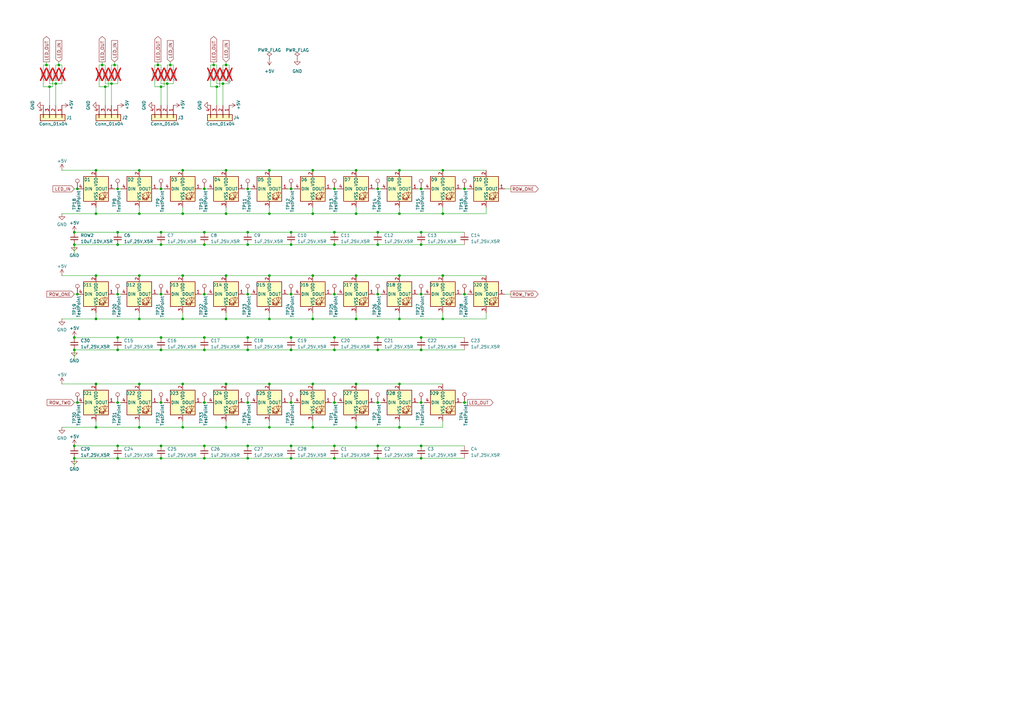
<source format=kicad_sch>
(kicad_sch (version 20231120) (generator "eeschema") (generator_version "8.0")
  (paper "A3")
  (lib_symbols
    (symbol "Connector:TestPoint" (pin_numbers hide) (pin_names (offset 0.762) hide)
      (property "Reference" "TP" (at 0 6.858 0))
      (property "Value" "TestPoint" (at 0 5.08 0))
      (symbol "TestPoint_1_1"
        (pin passive line (at 0 0 90) (length 2.54) (name "1") (number "1"))
      )
    )
    (symbol "Connector_Generic:Conn_01x04" (pin_names (offset 1.016) hide)
      (property "Reference" "J" (at 0 5.08 0))
      (property "Value" "Conn_01x04" (at 0 -7.62 0))
      (symbol "Conn_01x04_1_1"
        (pin passive line (at -5.08 2.54 0) (length 3.81) (name "Pin_1") (number "1"))
        (pin passive line (at -5.08 0 0) (length 3.81) (name "Pin_2") (number "2"))
        (pin passive line (at -5.08 -2.54 0) (length 3.81) (name "Pin_3") (number "3"))
        (pin passive line (at -5.08 -5.08 0) (length 3.81) (name "Pin_4") (number "4"))
      )
    )
    (symbol "__sws_jlpcb:R0"
      (property "Reference" "R2" (at -2.54 0 90))
      (property "Value" "R0" (at 0 0 90))
      (symbol "R0_0_0"
        (pin passive line (at 0 2.54 270) (length 0.762) (name "~") (number "1"))
        (pin passive line (at 0 -2.54 90) (length 0.762) (name "~") (number "2"))
      )
    )
    (symbol "__sws_jlpcb:XL-1010RGBC-WS2812B" (pin_names (offset 0.254))
      (property "Reference" "D" (at -3.556 3.048 0))
      (property "Value" "XL-1010RGBC-WS2812B" (at 1.27 -5.715 0))
      (symbol "XL-1010RGBC-WS2812B_0_0"
        (text "RGB" (at 2.286 -4.191 0) (effects (font (size 0.762 0.762))))
      )
      (symbol "XL-1010RGBC-WS2812B_1_1"
        (pin output line (at 7.62 0 180) (length 2.54) (name "DOUT") (number "1"))
        (pin power_in line (at 0 7.62 270) (length 2.54) (name "VDD") (number "2"))
        (pin power_in line (at 0 -7.62 90) (length 2.54) (name "VSS") (number "3"))
        (pin input line (at -7.62 0 0) (length 2.54) (name "DIN") (number "4"))
      )
    )
    (symbol "__sws_jlpcb:jlcpcb-1uF,25V,X5R"
      (property "Reference" "C130" (at -1.27 7.62 0))
      (property "Value" "jlcpcb-1uF,25V,X5R" (at -6.35 5.08 0))
      (symbol "jlcpcb-1uF,25V,X5R_0_0"
        (pin passive line (at 0 2.54 270) (length 2.032) (name "~") (number "1"))
        (pin passive line (at 0 -2.54 90) (length 2.032) (name "~") (number "2"))
      )
    )
    (symbol "power:+5V" (power) (pin_numbers hide) (pin_names (offset 0) hide)
      (property "Value" "+5V" (at 0 3.556 0))
      (symbol "+5V_1_1"
        (pin power_in line (at 0 0 90) (length 0) (name "~") (number "1"))
      )
    )
    (symbol "power:GND" (power) (pin_numbers hide) (pin_names (offset 0) hide)
      (property "Value" "GND" (at 0 -3.81 0))
      (symbol "GND_1_1"
        (pin power_in line (at 0 0 270) (length 0) (name "~") (number "1"))
      )
    )
    (symbol "power:PWR_FLAG" (power) (pin_numbers hide) (pin_names (offset 0) hide)
      (property "Value" "PWR_FLAG" (at 0 3.81 0))
      (symbol "PWR_FLAG_0_0"
        (pin power_out line (at 0 0 90) (length 0) (name "~") (number "1"))
      )
    )
  )
  (junction (at 119.38 95.25))
  (junction (at 57.15 175.26))
  (junction (at 163.83 175.26))
  (junction (at 190.5 120.65))
  (junction (at 74.93 175.26))
  (junction (at 110.49 69.85))
  (junction (at 110.49 87.63))
  (junction (at 66.04 138.43))
  (junction (at 154.94 187.96))
  (junction (at 154.94 100.33))
  (junction (at 83.82 138.43))
  (junction (at 66.04 165.1))
  (junction (at 172.72 95.25))
  (junction (at 83.82 120.65))
  (junction (at 146.05 175.26))
  (junction (at 39.37 69.85))
  (junction (at 172.72 100.33))
  (junction (at 110.49 130.81))
  (junction (at 154.94 165.1))
  (junction (at 119.38 77.47))
  (junction (at 30.48 187.96))
  (junction (at 101.6 120.65))
  (junction (at 154.94 120.65))
  (junction (at 66.04 187.96))
  (junction (at 172.72 120.65))
  (junction (at 92.71 130.81))
  (junction (at 137.16 100.33))
  (junction (at 22.86 34.29))
  (junction (at 137.16 138.43))
  (junction (at 128.27 87.63))
  (junction (at 24.13 26.67))
  (junction (at 172.72 187.96))
  (junction (at 137.16 77.47))
  (junction (at 137.16 182.88))
  (junction (at 137.16 165.1))
  (junction (at 39.37 87.63))
  (junction (at 83.82 100.33))
  (junction (at 45.72 34.29))
  (junction (at 39.37 130.81))
  (junction (at 137.16 120.65))
  (junction (at 57.15 130.81))
  (junction (at 101.6 95.25))
  (junction (at 20.32 35.56))
  (junction (at 48.26 138.43))
  (junction (at 74.93 87.63))
  (junction (at 128.27 130.81))
  (junction (at 128.27 157.48))
  (junction (at 66.04 120.65))
  (junction (at 172.72 182.88))
  (junction (at 31.75 120.65))
  (junction (at 154.94 95.25))
  (junction (at 74.93 157.48))
  (junction (at 181.61 113.03))
  (junction (at 68.58 34.29))
  (junction (at 83.82 182.88))
  (junction (at 163.83 113.03))
  (junction (at 66.04 77.47))
  (junction (at 146.05 130.81))
  (junction (at 48.26 187.96))
  (junction (at 172.72 77.47))
  (junction (at 172.72 165.1))
  (junction (at 92.71 113.03))
  (junction (at 30.48 138.43))
  (junction (at 154.94 143.51))
  (junction (at 48.26 100.33))
  (junction (at 87.63 26.67))
  (junction (at 146.05 157.48))
  (junction (at 48.26 165.1))
  (junction (at 66.04 95.25))
  (junction (at 57.15 69.85))
  (junction (at 137.16 95.25))
  (junction (at 83.82 165.1))
  (junction (at 154.94 77.47))
  (junction (at 30.48 182.88))
  (junction (at 110.49 157.48))
  (junction (at 39.37 157.48))
  (junction (at 48.26 143.51))
  (junction (at 83.82 143.51))
  (junction (at 43.18 35.56))
  (junction (at 64.77 26.67))
  (junction (at 66.04 182.88))
  (junction (at 137.16 143.51))
  (junction (at 110.49 113.03))
  (junction (at 101.6 138.43))
  (junction (at 66.04 143.51))
  (junction (at 172.72 143.51))
  (junction (at 19.05 26.67))
  (junction (at 39.37 113.03))
  (junction (at 74.93 69.85))
  (junction (at 41.91 26.67))
  (junction (at 172.72 138.43))
  (junction (at 31.75 165.1))
  (junction (at 163.83 157.48))
  (junction (at 181.61 130.81))
  (junction (at 92.71 87.63))
  (junction (at 119.38 165.1))
  (junction (at 48.26 120.65))
  (junction (at 163.83 130.81))
  (junction (at 128.27 69.85))
  (junction (at 92.71 157.48))
  (junction (at 110.49 175.26))
  (junction (at 146.05 87.63))
  (junction (at 39.37 175.26))
  (junction (at 128.27 113.03))
  (junction (at 137.16 187.96))
  (junction (at 163.83 87.63))
  (junction (at 57.15 87.63))
  (junction (at 101.6 182.88))
  (junction (at 154.94 182.88))
  (junction (at 66.04 100.33))
  (junction (at 66.04 35.56))
  (junction (at 119.38 143.51))
  (junction (at 119.38 100.33))
  (junction (at 30.48 143.51))
  (junction (at 74.93 130.81))
  (junction (at 119.38 187.96))
  (junction (at 181.61 87.63))
  (junction (at 92.71 175.26))
  (junction (at 101.6 143.51))
  (junction (at 119.38 120.65))
  (junction (at 101.6 165.1))
  (junction (at 119.38 138.43))
  (junction (at 163.83 69.85))
  (junction (at 88.9 35.56))
  (junction (at 48.26 95.25))
  (junction (at 190.5 77.47))
  (junction (at 57.15 157.48))
  (junction (at 74.93 113.03))
  (junction (at 91.44 34.29))
  (junction (at 181.61 69.85))
  (junction (at 101.6 187.96))
  (junction (at 83.82 77.47))
  (junction (at 83.82 95.25))
  (junction (at 48.26 182.88))
  (junction (at 31.75 77.47))
  (junction (at 101.6 100.33))
  (junction (at 128.27 175.26))
  (junction (at 146.05 113.03))
  (junction (at 119.38 182.88))
  (junction (at 30.48 100.33))
  (junction (at 57.15 113.03))
  (junction (at 190.5 165.1))
  (junction (at 83.82 187.96))
  (junction (at 101.6 77.47))
  (junction (at 46.99 26.67))
  (junction (at 92.71 26.67))
  (junction (at 92.71 69.85))
  (junction (at 69.85 26.67))
  (junction (at 154.94 138.43))
  (junction (at 146.05 69.85))
  (junction (at 30.48 95.25))
  (junction (at 48.26 77.47))
  (wire (pts (xy 93.98 34.29) (xy 91.44 34.29)))
  (wire (pts (xy 83.82 120.65) (xy 85.09 120.65)))
  (wire (pts (xy 25.4 34.29) (xy 22.86 34.29)))
  (wire (pts (xy 22.86 34.29) (xy 20.32 34.29)))
  (wire (pts (xy 74.93 130.81) (xy 74.93 128.27)))
  (wire (pts (xy 39.37 87.63) (xy 57.15 87.63)))
  (wire (pts (xy 88.9 34.29) (xy 88.9 33.02)))
  (wire (pts (xy 86.36 26.67) (xy 86.36 27.94)))
  (wire (pts (xy 39.37 157.48) (xy 57.15 157.48)))
  (wire (pts (xy 66.04 26.67) (xy 64.77 26.67)))
  (wire (pts (xy 135.89 120.65) (xy 137.16 120.65)))
  (wire (pts (xy 128.27 87.63) (xy 146.05 87.63)))
  (wire (pts (xy 66.04 35.56) (xy 66.04 43.18)))
  (wire (pts (xy 172.72 165.1) (xy 173.99 165.1)))
  (wire (pts (xy 137.16 120.65) (xy 138.43 120.65)))
  (wire (pts (xy 25.4 69.85) (xy 39.37 69.85)))
  (wire (pts (xy 74.93 87.63) (xy 92.71 87.63)))
  (wire (pts (xy 83.82 143.51) (xy 101.6 143.51)))
  (wire (pts (xy 171.45 120.65) (xy 172.72 120.65)))
  (wire (pts (xy 39.37 130.81) (xy 39.37 128.27)))
  (wire (pts (xy 19.05 25.4) (xy 19.05 26.67)))
  (wire (pts (xy 90.17 35.56) (xy 88.9 35.56)))
  (wire (pts (xy 154.94 138.43) (xy 172.72 138.43)))
  (wire (pts (xy 64.77 77.47) (xy 66.04 77.47)))
  (wire (pts (xy 68.58 26.67) (xy 68.58 27.94)))
  (wire (pts (xy 41.91 26.67) (xy 40.64 26.67)))
  (wire (pts (xy 110.49 69.85) (xy 128.27 69.85)))
  (wire (pts (xy 163.83 130.81) (xy 163.83 128.27)))
  (wire (pts (xy 69.85 25.4) (xy 69.85 26.67)))
  (wire (pts (xy 25.4 157.48) (xy 39.37 157.48)))
  (wire (pts (xy 172.72 138.43) (xy 190.5 138.43)))
  (wire (pts (xy 40.64 33.02) (xy 40.64 35.56)))
  (wire (pts (xy 146.05 69.85) (xy 163.83 69.85)))
  (wire (pts (xy 48.26 34.29) (xy 48.26 33.02)))
  (wire (pts (xy 44.45 35.56) (xy 43.18 35.56)))
  (wire (pts (xy 171.45 165.1) (xy 172.72 165.1)))
  (wire (pts (xy 119.38 187.96) (xy 137.16 187.96)))
  (wire (pts (xy 110.49 130.81) (xy 128.27 130.81)))
  (wire (pts (xy 181.61 130.81) (xy 199.39 130.81)))
  (wire (pts (xy 135.89 165.1) (xy 137.16 165.1)))
  (wire (pts (xy 43.18 35.56) (xy 43.18 43.18)))
  (wire (pts (xy 110.49 128.27) (xy 110.49 130.81)))
  (wire (pts (xy 67.31 35.56) (xy 66.04 35.56)))
  (wire (pts (xy 20.32 35.56) (xy 17.78 35.56)))
  (wire (pts (xy 90.17 33.02) (xy 90.17 35.56)))
  (wire (pts (xy 57.15 130.81) (xy 74.93 130.81)))
  (wire (pts (xy 66.04 165.1) (xy 67.31 165.1)))
  (wire (pts (xy 92.71 25.4) (xy 92.71 26.67)))
  (wire (pts (xy 43.18 26.67) (xy 43.18 27.94)))
  (wire (pts (xy 21.59 35.56) (xy 20.32 35.56)))
  (wire (pts (xy 101.6 165.1) (xy 102.87 165.1)))
  (wire (pts (xy 88.9 26.67) (xy 87.63 26.67)))
  (wire (pts (xy 181.61 175.26) (xy 181.61 172.72)))
  (wire (pts (xy 30.48 100.33) (xy 48.26 100.33)))
  (wire (pts (xy 30.48 100.33) (xy 30.48 104.14)))
  (wire (pts (xy 118.11 165.1) (xy 119.38 165.1)))
  (wire (pts (xy 74.93 130.81) (xy 92.71 130.81)))
  (wire (pts (xy 154.94 100.33) (xy 172.72 100.33)))
  (wire (pts (xy 66.04 77.47) (xy 67.31 77.47)))
  (wire (pts (xy 30.48 143.51) (xy 48.26 143.51)))
  (wire (pts (xy 110.49 87.63) (xy 110.49 85.09)))
  (wire (pts (xy 66.04 120.65) (xy 67.31 120.65)))
  (wire (pts (xy 46.99 25.4) (xy 46.99 26.67)))
  (wire (pts (xy 137.16 77.47) (xy 138.43 77.47)))
  (wire (pts (xy 46.99 77.47) (xy 48.26 77.47)))
  (wire (pts (xy 92.71 69.85) (xy 110.49 69.85)))
  (wire (pts (xy 128.27 175.26) (xy 128.27 172.72)))
  (wire (pts (xy 153.67 77.47) (xy 154.94 77.47)))
  (wire (pts (xy 101.6 143.51) (xy 119.38 143.51)))
  (wire (pts (xy 30.48 182.88) (xy 48.26 182.88)))
  (wire (pts (xy 57.15 175.26) (xy 57.15 172.72)))
  (wire (pts (xy 137.16 95.25) (xy 154.94 95.25)))
  (wire (pts (xy 43.18 35.56) (xy 40.64 35.56)))
  (wire (pts (xy 119.38 182.88) (xy 137.16 182.88)))
  (wire (pts (xy 66.04 34.29) (xy 66.04 33.02)))
  (wire (pts (xy 199.39 87.63) (xy 199.39 85.09)))
  (wire (pts (xy 66.04 100.33) (xy 83.82 100.33)))
  (wire (pts (xy 57.15 113.03) (xy 74.93 113.03)))
  (wire (pts (xy 57.15 69.85) (xy 74.93 69.85)))
  (wire (pts (xy 93.98 26.67) (xy 92.71 26.67)))
  (wire (pts (xy 88.9 26.67) (xy 88.9 27.94)))
  (wire (pts (xy 48.26 27.94) (xy 48.26 26.67)))
  (wire (pts (xy 64.77 120.65) (xy 66.04 120.65)))
  (wire (pts (xy 20.32 34.29) (xy 20.32 33.02)))
  (wire (pts (xy 189.23 77.47) (xy 190.5 77.47)))
  (wire (pts (xy 83.82 182.88) (xy 101.6 182.88)))
  (wire (pts (xy 45.72 33.02) (xy 44.45 33.02)))
  (wire (pts (xy 25.4 87.63) (xy 39.37 87.63)))
  (wire (pts (xy 101.6 187.96) (xy 119.38 187.96)))
  (wire (pts (xy 146.05 87.63) (xy 146.05 85.09)))
  (wire (pts (xy 171.45 77.47) (xy 172.72 77.47)))
  (wire (pts (xy 39.37 113.03) (xy 57.15 113.03)))
  (wire (pts (xy 66.04 143.51) (xy 83.82 143.51)))
  (wire (pts (xy 45.72 34.29) (xy 45.72 43.18)))
  (wire (pts (xy 30.48 120.65) (xy 31.75 120.65)))
  (wire (pts (xy 46.99 165.1) (xy 48.26 165.1)))
  (wire (pts (xy 119.38 100.33) (xy 137.16 100.33)))
  (wire (pts (xy 137.16 100.33) (xy 154.94 100.33)))
  (wire (pts (xy 21.59 33.02) (xy 21.59 35.56)))
  (wire (pts (xy 48.26 34.29) (xy 45.72 34.29)))
  (wire (pts (xy 69.85 26.67) (xy 68.58 26.67)))
  (wire (pts (xy 83.82 100.33) (xy 101.6 100.33)))
  (wire (pts (xy 46.99 120.65) (xy 48.26 120.65)))
  (wire (pts (xy 91.44 33.02) (xy 90.17 33.02)))
  (wire (pts (xy 154.94 77.47) (xy 156.21 77.47)))
  (wire (pts (xy 92.71 87.63) (xy 110.49 87.63)))
  (wire (pts (xy 57.15 87.63) (xy 74.93 87.63)))
  (wire (pts (xy 172.72 120.65) (xy 173.99 120.65)))
  (wire (pts (xy 118.11 120.65) (xy 119.38 120.65)))
  (wire (pts (xy 88.9 35.56) (xy 86.36 35.56)))
  (wire (pts (xy 92.71 87.63) (xy 92.71 85.09)))
  (wire (pts (xy 128.27 157.48) (xy 146.05 157.48)))
  (wire (pts (xy 20.32 35.56) (xy 20.32 43.18)))
  (wire (pts (xy 74.93 87.63) (xy 74.93 85.09)))
  (wire (pts (xy 74.93 175.26) (xy 74.93 172.72)))
  (wire (pts (xy 63.5 26.67) (xy 63.5 27.94)))
  (wire (pts (xy 181.61 130.81) (xy 181.61 128.27)))
  (wire (pts (xy 83.82 165.1) (xy 85.09 165.1)))
  (wire (pts (xy 82.55 165.1) (xy 83.82 165.1)))
  (wire (pts (xy 66.04 95.25) (xy 83.82 95.25)))
  (wire (pts (xy 39.37 175.26) (xy 39.37 172.72)))
  (wire (pts (xy 92.71 130.81) (xy 110.49 130.81)))
  (wire (pts (xy 135.89 77.47) (xy 137.16 77.47)))
  (wire (pts (xy 45.72 34.29) (xy 43.18 34.29)))
  (wire (pts (xy 91.44 34.29) (xy 91.44 43.18)))
  (wire (pts (xy 46.99 26.67) (xy 45.72 26.67)))
  (wire (pts (xy 189.23 165.1) (xy 190.5 165.1)))
  (wire (pts (xy 44.45 33.02) (xy 44.45 35.56)))
  (wire (pts (xy 154.94 165.1) (xy 156.21 165.1)))
  (wire (pts (xy 19.05 26.67) (xy 17.78 26.67)))
  (wire (pts (xy 137.16 187.96) (xy 154.94 187.96)))
  (wire (pts (xy 25.4 175.26) (xy 39.37 175.26)))
  (wire (pts (xy 39.37 175.26) (xy 57.15 175.26)))
  (wire (pts (xy 66.04 26.67) (xy 66.04 27.94)))
  (wire (pts (xy 163.83 87.63) (xy 163.83 85.09)))
  (wire (pts (xy 25.4 34.29) (xy 25.4 33.02)))
  (wire (pts (xy 17.78 26.67) (xy 17.78 27.94)))
  (wire (pts (xy 64.77 165.1) (xy 66.04 165.1)))
  (wire (pts (xy 154.94 143.51) (xy 172.72 143.51)))
  (wire (pts (xy 128.27 87.63) (xy 128.27 85.09)))
  (wire (pts (xy 48.26 77.47) (xy 49.53 77.47)))
  (wire (pts (xy 91.44 26.67) (xy 91.44 27.94)))
  (wire (pts (xy 57.15 130.81) (xy 57.15 128.27)))
  (wire (pts (xy 17.78 33.02) (xy 17.78 35.56)))
  (wire (pts (xy 64.77 26.67) (xy 63.5 26.67)))
  (wire (pts (xy 146.05 113.03) (xy 163.83 113.03)))
  (wire (pts (xy 137.16 165.1) (xy 138.43 165.1)))
  (wire (pts (xy 41.91 25.4) (xy 41.91 26.67)))
  (wire (pts (xy 154.94 182.88) (xy 172.72 182.88)))
  (wire (pts (xy 82.55 120.65) (xy 83.82 120.65)))
  (wire (pts (xy 48.26 143.51) (xy 66.04 143.51)))
  (wire (pts (xy 181.61 87.63) (xy 181.61 85.09)))
  (wire (pts (xy 172.72 77.47) (xy 173.99 77.47)))
  (wire (pts (xy 101.6 95.25) (xy 119.38 95.25)))
  (wire (pts (xy 110.49 175.26) (xy 128.27 175.26)))
  (wire (pts (xy 66.04 182.88) (xy 83.82 182.88)))
  (wire (pts (xy 137.16 182.88) (xy 154.94 182.88)))
  (wire (pts (xy 20.32 26.67) (xy 19.05 26.67)))
  (wire (pts (xy 57.15 87.63) (xy 57.15 85.09)))
  (wire (pts (xy 154.94 95.25) (xy 172.72 95.25)))
  (wire (pts (xy 110.49 175.26) (xy 110.49 172.72)))
  (wire (pts (xy 66.04 35.56) (xy 63.5 35.56)))
  (wire (pts (xy 48.26 95.25) (xy 66.04 95.25)))
  (wire (pts (xy 119.38 95.25) (xy 137.16 95.25)))
  (wire (pts (xy 172.72 182.88) (xy 190.5 182.88)))
  (wire (pts (xy 82.55 77.47) (xy 83.82 77.47)))
  (wire (pts (xy 30.48 143.51) (xy 30.48 147.32)))
  (wire (pts (xy 146.05 175.26) (xy 163.83 175.26)))
  (wire (pts (xy 57.15 175.26) (xy 74.93 175.26)))
  (wire (pts (xy 101.6 182.88) (xy 119.38 182.88)))
  (wire (pts (xy 48.26 165.1) (xy 49.53 165.1)))
  (wire (pts (xy 92.71 157.48) (xy 110.49 157.48)))
  (wire (pts (xy 30.48 187.96) (xy 30.48 191.77)))
  (wire (pts (xy 24.13 25.4) (xy 24.13 26.67)))
  (wire (pts (xy 146.05 175.26) (xy 146.05 172.72)))
  (wire (pts (xy 48.26 26.67) (xy 46.99 26.67)))
  (wire (pts (xy 66.04 187.96) (xy 83.82 187.96)))
  (wire (pts (xy 20.32 26.67) (xy 20.32 27.94)))
  (wire (pts (xy 25.4 27.94) (xy 25.4 26.67)))
  (wire (pts (xy 146.05 157.48) (xy 163.83 157.48)))
  (wire (pts (xy 74.93 157.48) (xy 92.71 157.48)))
  (wire (pts (xy 74.93 113.03) (xy 92.71 113.03)))
  (wire (pts (xy 67.31 33.02) (xy 67.31 35.56)))
  (wire (pts (xy 43.18 34.29) (xy 43.18 33.02)))
  (wire (pts (xy 24.13 26.67) (xy 22.86 26.67)))
  (wire (pts (xy 146.05 130.81) (xy 163.83 130.81)))
  (wire (pts (xy 22.86 33.02) (xy 21.59 33.02)))
  (wire (pts (xy 71.12 34.29) (xy 71.12 33.02)))
  (wire (pts (xy 68.58 34.29) (xy 66.04 34.29)))
  (wire (pts (xy 93.98 34.29) (xy 93.98 33.02)))
  (wire (pts (xy 119.38 138.43) (xy 137.16 138.43)))
  (wire (pts (xy 48.26 187.96) (xy 66.04 187.96)))
  (wire (pts (xy 30.48 95.25) (xy 48.26 95.25)))
  (wire (pts (xy 25.4 130.81) (xy 39.37 130.81)))
  (wire (pts (xy 119.38 77.47) (xy 120.65 77.47)))
  (wire (pts (xy 30.48 187.96) (xy 48.26 187.96)))
  (wire (pts (xy 153.67 165.1) (xy 154.94 165.1)))
  (wire (pts (xy 128.27 69.85) (xy 146.05 69.85)))
  (wire (pts (xy 154.94 187.96) (xy 172.72 187.96)))
  (wire (pts (xy 64.77 25.4) (xy 64.77 26.67)))
  (wire (pts (xy 30.48 165.1) (xy 31.75 165.1)))
  (wire (pts (xy 110.49 157.48) (xy 128.27 157.48)))
  (wire (pts (xy 128.27 175.26) (xy 146.05 175.26)))
  (wire (pts (xy 88.9 35.56) (xy 88.9 43.18)))
  (wire (pts (xy 43.18 26.67) (xy 41.91 26.67)))
  (wire (pts (xy 100.33 165.1) (xy 101.6 165.1)))
  (wire (pts (xy 66.04 138.43) (xy 83.82 138.43)))
  (wire (pts (xy 190.5 77.47) (xy 191.77 77.47)))
  (wire (pts (xy 190.5 165.1) (xy 191.77 165.1)))
  (wire (pts (xy 25.4 26.67) (xy 24.13 26.67)))
  (wire (pts (xy 74.93 175.26) (xy 92.71 175.26)))
  (wire (pts (xy 100.33 120.65) (xy 101.6 120.65)))
  (wire (pts (xy 101.6 77.47) (xy 102.87 77.47)))
  (wire (pts (xy 119.38 120.65) (xy 120.65 120.65)))
  (wire (pts (xy 172.72 187.96) (xy 190.5 187.96)))
  (wire (pts (xy 93.98 27.94) (xy 93.98 26.67)))
  (wire (pts (xy 163.83 113.03) (xy 181.61 113.03)))
  (wire (pts (xy 172.72 100.33) (xy 190.5 100.33)))
  (wire (pts (xy 207.01 120.65) (xy 209.55 120.65)))
  (wire (pts (xy 68.58 34.29) (xy 68.58 43.18)))
  (wire (pts (xy 22.86 26.67) (xy 22.86 27.94)))
  (wire (pts (xy 110.49 113.03) (xy 128.27 113.03)))
  (wire (pts (xy 118.11 77.47) (xy 119.38 77.47)))
  (wire (pts (xy 25.4 113.03) (xy 39.37 113.03)))
  (wire (pts (xy 163.83 87.63) (xy 181.61 87.63)))
  (wire (pts (xy 83.82 138.43) (xy 101.6 138.43)))
  (wire (pts (xy 163.83 69.85) (xy 181.61 69.85)))
  (wire (pts (xy 163.83 175.26) (xy 181.61 175.26)))
  (wire (pts (xy 48.26 120.65) (xy 49.53 120.65)))
  (wire (pts (xy 181.61 113.03) (xy 199.39 113.03)))
  (wire (pts (xy 22.86 34.29) (xy 22.86 43.18)))
  (wire (pts (xy 137.16 138.43) (xy 154.94 138.43)))
  (wire (pts (xy 110.49 87.63) (xy 128.27 87.63)))
  (wire (pts (xy 83.82 95.25) (xy 101.6 95.25)))
  (wire (pts (xy 199.39 130.81) (xy 199.39 128.27)))
  (wire (pts (xy 119.38 143.51) (xy 137.16 143.51)))
  (wire (pts (xy 45.72 26.67) (xy 45.72 27.94)))
  (wire (pts (xy 190.5 120.65) (xy 191.77 120.65)))
  (wire (pts (xy 30.48 77.47) (xy 31.75 77.47)))
  (wire (pts (xy 207.01 77.47) (xy 209.55 77.47)))
  (wire (pts (xy 39.37 69.85) (xy 57.15 69.85)))
  (wire (pts (xy 71.12 34.29) (xy 68.58 34.29)))
  (wire (pts (xy 172.72 143.51) (xy 190.5 143.51)))
  (wire (pts (xy 128.27 130.81) (xy 146.05 130.81)))
  (wire (pts (xy 71.12 26.67) (xy 69.85 26.67)))
  (wire (pts (xy 128.27 130.81) (xy 128.27 128.27)))
  (wire (pts (xy 146.05 87.63) (xy 163.83 87.63)))
  (wire (pts (xy 101.6 100.33) (xy 119.38 100.33)))
  (wire (pts (xy 189.23 120.65) (xy 190.5 120.65)))
  (wire (pts (xy 92.71 130.81) (xy 92.71 128.27)))
  (wire (pts (xy 146.05 130.81) (xy 146.05 128.27)))
  (wire (pts (xy 39.37 87.63) (xy 39.37 85.09)))
  (wire (pts (xy 87.63 26.67) (xy 86.36 26.67)))
  (wire (pts (xy 137.16 143.51) (xy 154.94 143.51)))
  (wire (pts (xy 163.83 157.48) (xy 181.61 157.48)))
  (wire (pts (xy 74.93 69.85) (xy 92.71 69.85)))
  (wire (pts (xy 101.6 138.43) (xy 119.38 138.43)))
  (wire (pts (xy 63.5 33.02) (xy 63.5 35.56)))
  (wire (pts (xy 128.27 113.03) (xy 146.05 113.03)))
  (wire (pts (xy 87.63 25.4) (xy 87.63 26.67)))
  (wire (pts (xy 83.82 187.96) (xy 101.6 187.96)))
  (wire (pts (xy 163.83 130.81) (xy 181.61 130.81)))
  (wire (pts (xy 86.36 33.02) (xy 86.36 35.56)))
  (wire (pts (xy 92.71 175.26) (xy 110.49 175.26)))
  (wire (pts (xy 71.12 27.94) (xy 71.12 26.67)))
  (wire (pts (xy 30.48 138.43) (xy 48.26 138.43)))
  (wire (pts (xy 181.61 87.63) (xy 199.39 87.63)))
  (wire (pts (xy 91.44 34.29) (xy 88.9 34.29)))
  (wire (pts (xy 92.71 175.26) (xy 92.71 172.72)))
  (wire (pts (xy 153.67 120.65) (xy 154.94 120.65)))
  (wire (pts (xy 101.6 120.65) (xy 102.87 120.65)))
  (wire (pts (xy 163.83 175.26) (xy 163.83 172.72)))
  (wire (pts (xy 57.15 157.48) (xy 74.93 157.48)))
  (wire (pts (xy 154.94 120.65) (xy 156.21 120.65)))
  (wire (pts (xy 100.33 77.47) (xy 101.6 77.47)))
  (wire (pts (xy 83.82 77.47) (xy 85.09 77.47)))
  (wire (pts (xy 92.71 26.67) (xy 91.44 26.67)))
  (wire (pts (xy 40.64 26.67) (xy 40.64 27.94)))
  (wire (pts (xy 119.38 165.1) (xy 120.65 165.1)))
  (wire (pts (xy 48.26 138.43) (xy 66.04 138.43)))
  (wire (pts (xy 181.61 69.85) (xy 199.39 69.85)))
  (wire (pts (xy 48.26 182.88) (xy 66.04 182.88)))
  (wire (pts (xy 172.72 95.25) (xy 190.5 95.25)))
  (wire (pts (xy 92.71 113.03) (xy 110.49 113.03)))
  (wire (pts (xy 39.37 130.81) (xy 57.15 130.81)))
  (wire (pts (xy 48.26 100.33) (xy 66.04 100.33)))
  (wire (pts (xy 68.58 33.02) (xy 67.31 33.02)))
  (global_label "ROW_TWO" (shape output) (at 209.55 120.65 0) (property "Intersheetrefs" "${INTERSHEET_REFS}" (effects (hide yes))))
  (global_label "ROW_ONE" (shape output) (at 209.55 77.47 0) (property "Intersheetrefs" "${INTERSHEET_REFS}" (effects (hide yes))))
  (global_label "ROW_TWO" (shape input) (at 30.48 165.1 180) (property "Intersheetrefs" "${INTERSHEET_REFS}" (effects (hide yes))))
  (global_label "ROW_ONE" (shape input) (at 30.48 120.65 180) (property "Intersheetrefs" "${INTERSHEET_REFS}" (effects (hide yes))))
  (global_label "LED_OUT" (shape output) (at 41.91 25.4 90) (property "Intersheetrefs" "${INTERSHEET_REFS}" (effects (hide yes))))
  (global_label "LED_IN" (shape input) (at 69.85 25.4 90) (property "Intersheetrefs" "${INTERSHEET_REFS}" (effects (hide yes))))
  (global_label "LED_OUT" (shape output) (at 87.63 25.4 90) (property "Intersheetrefs" "${INTERSHEET_REFS}" (effects (hide yes))))
  (global_label "LED_IN" (shape input) (at 92.71 25.4 90) (property "Intersheetrefs" "${INTERSHEET_REFS}" (effects (hide yes))))
  (global_label "LED_IN" (shape input) (at 30.48 77.47 180) (property "Intersheetrefs" "${INTERSHEET_REFS}" (effects (hide yes))))
  (global_label "LED_OUT" (shape output) (at 191.77 165.1 0) (property "Intersheetrefs" "${INTERSHEET_REFS}" (effects (hide yes))))
  (global_label "LED_OUT" (shape output) (at 64.77 25.4 90) (property "Intersheetrefs" "${INTERSHEET_REFS}" (effects (hide yes))))
  (global_label "LED_IN" (shape input) (at 24.13 25.4 90) (property "Intersheetrefs" "${INTERSHEET_REFS}" (effects (hide yes))))
  (global_label "LED_OUT" (shape output) (at 19.05 25.4 90) (property "Intersheetrefs" "${INTERSHEET_REFS}" (effects (hide yes))))
  (global_label "LED_IN" (shape input) (at 46.99 25.4 90) (property "Intersheetrefs" "${INTERSHEET_REFS}" (effects (hide yes))))
  (symbol (lib_id "__sws_jlpcb:jlcpcb-1uF,25V,X5R") (at 137.16 97.79 0) (unit 1)
    (property "Reference" "C11" (at 139.7 96.5199 0) (effects (justify left)))
    (property "Value" "1uF,25V,X5R" (at 139.7 99.0599 0) (effects (justify left)))
    (property "Footprint" "SWS-Library:C_0603_1608Metric" (effects (hide yes)))
    (property "Datasheet" "https://datasheet.lcsc.com/lcsc/1811091611_Samsung-Electro-Mechanics-CL05A105KA5NQNC_C52923.pdf" (effects (hide yes)))
    (property "LCSC" "C52923" (effects (hide yes)))
    (property "MFG" "Samsung Electro-Mechanics" (effects (hide yes)))
    (property "MFGPN" "CL05A105KA5NQNC" (effects (hide yes)))
  )
  (symbol (lib_id "__sws_jlpcb:R0") (at 66.04 30.48 0) (unit 1) (dnp yes)
    (property "Reference" "R10" (at 66.04 32.258 90) (effects (justify left)))
    (property "Value" "0" (at 66.802 33.274 90) (effects (justify left)))
    (property "Footprint" "Resistor_SMD:R_0402_1005Metric" (effects (hide yes)))
    (property "Datasheet" "https://datasheet.lcsc.com/lcsc/2110251730_UNI-ROYAL-Uniroyal-Elec-0402WGF0000TCE_C17168.pdf" (effects (hide yes)))
    (property "LCSC" "C17168" (effects (hide yes)))
    (property "MFG" "UNI-ROYAL(Uniroyal Elec)" (effects (hide yes)))
    (property "MFGPN" "0402WGF0000TCE" (effects (hide yes)))
  )
  (symbol (lib_id "__sws_jlpcb:jlcpcb-1uF,25V,X5R") (at 83.82 140.97 0) (unit 1)
    (property "Reference" "C17" (at 86.36 139.6999 0) (effects (justify left)))
    (property "Value" "1uF,25V,X5R" (at 86.36 142.2399 0) (effects (justify left)))
    (property "Footprint" "SWS-Library:C_0603_1608Metric" (effects (hide yes)))
    (property "Datasheet" "https://datasheet.lcsc.com/lcsc/1811091611_Samsung-Electro-Mechanics-CL05A105KA5NQNC_C52923.pdf" (effects (hide yes)))
    (property "LCSC" "C52923" (effects (hide yes)))
    (property "MFG" "Samsung Electro-Mechanics" (effects (hide yes)))
    (property "MFGPN" "CL05A105KA5NQNC" (effects (hide yes)))
  )
  (symbol (lib_id "Connector:TestPoint") (at 48.26 165.1 0) (unit 1)
    (property "Reference" "TP31" (at 46.99 168.91 90) (effects (justify right)))
    (property "Value" "TestPoint" (at 48.768 174.752 90) (effects (justify left)))
    (property "Footprint" "SWS-Library:SWS-Testpoint-Bug-SM-2.4mm" (effects (hide yes)))
    (property "Description" "test point" (effects (hide yes)))
  )
  (symbol (lib_id "Connector:TestPoint") (at 172.72 77.47 0) (unit 1)
    (property "Reference" "TP15" (at 171.45 81.28 90) (effects (justify right)))
    (property "Value" "TestPoint" (at 173.228 87.122 90) (effects (justify left)))
    (property "Footprint" "SWS-Library:SWS-Testpoint-Bug-SM-2.4mm" (effects (hide yes)))
    (property "Description" "test point" (effects (hide yes)))
  )
  (symbol (lib_id "Connector:TestPoint") (at 172.72 165.1 0) (unit 1)
    (property "Reference" "TP3" (at 171.45 168.91 90) (effects (justify right)))
    (property "Value" "TestPoint" (at 173.228 174.752 90) (effects (justify left)))
    (property "Footprint" "SWS-Library:SWS-Testpoint-Bug-SM-2.4mm" (effects (hide yes)))
    (property "Description" "test point" (effects (hide yes)))
  )
  (symbol (lib_id "__sws_jlpcb:XL-1010RGBC-WS2812B") (at 39.37 77.47 0) (unit 1)
    (property "Reference" "D1" (at 35.814 73.66 0))
    (property "Value" "XL-1010RGBC-WS2812B" (effects (hide yes)))
    (property "Footprint" "SWS-Library:XL-1010RGBC-WS2812B" (effects (hide yes)))
    (property "Datasheet" "https://datasheet.lcsc.com/lcsc/2301111010_XINGLIGHT-XL-1010RGBC-WS2812B_C5349953.pdf" (effects (hide yes)))
    (property "Description" "RGB LED with integrated controller" (effects (hide yes)))
    (property "LCSC" "C5349953" (effects (hide yes)))
  )
  (symbol (lib_id "Connector:TestPoint") (at 101.6 165.1 0) (unit 1)
    (property "Reference" "TP34" (at 100.33 168.91 90) (effects (justify right)))
    (property "Value" "TestPoint" (at 102.108 174.752 90) (effects (justify left)))
    (property "Footprint" "SWS-Library:SWS-Testpoint-Bug-SM-2.4mm" (effects (hide yes)))
    (property "Description" "test point" (effects (hide yes)))
  )
  (symbol (lib_id "Connector:TestPoint") (at 48.26 77.47 0) (unit 1)
    (property "Reference" "TP8" (at 46.99 81.28 90) (effects (justify right)))
    (property "Value" "TestPoint" (at 48.768 87.122 90) (effects (justify left)))
    (property "Footprint" "SWS-Library:SWS-Testpoint-Bug-SM-2.4mm" (effects (hide yes)))
    (property "Description" "test point" (effects (hide yes)))
  )
  (symbol (lib_id "Connector:TestPoint") (at 101.6 77.47 0) (unit 1)
    (property "Reference" "TP11" (at 100.33 81.28 90) (effects (justify right)))
    (property "Value" "TestPoint" (at 102.108 87.122 90) (effects (justify left)))
    (property "Footprint" "SWS-Library:SWS-Testpoint-Bug-SM-2.4mm" (effects (hide yes)))
    (property "Description" "test point" (effects (hide yes)))
  )
  (symbol (lib_id "power:+5V") (at 71.12 43.18 270) (unit 1)
    (property "Reference" "#PWR010" (effects (hide yes)))
    (property "Value" "+5V" (at 74.93 45.085 0) (effects (justify right)))
    (property "Description" "Power symbol creates a global label with name \"+5V\"" (effects (hide yes)))
  )
  (symbol (lib_id "__sws_jlpcb:jlcpcb-1uF,25V,X5R") (at 154.94 140.97 0) (unit 1)
    (property "Reference" "C21" (at 157.48 139.6999 0) (effects (justify left)))
    (property "Value" "1uF,25V,X5R" (at 157.48 142.2399 0) (effects (justify left)))
    (property "Footprint" "SWS-Library:C_0603_1608Metric" (effects (hide yes)))
    (property "Datasheet" "https://datasheet.lcsc.com/lcsc/1811091611_Samsung-Electro-Mechanics-CL05A105KA5NQNC_C52923.pdf" (effects (hide yes)))
    (property "LCSC" "C52923" (effects (hide yes)))
    (property "MFG" "Samsung Electro-Mechanics" (effects (hide yes)))
    (property "MFGPN" "CL05A105KA5NQNC" (effects (hide yes)))
  )
  (symbol (lib_id "Connector:TestPoint") (at 154.94 77.47 0) (unit 1)
    (property "Reference" "TP14" (at 153.67 81.28 90) (effects (justify right)))
    (property "Value" "TestPoint" (at 155.448 87.122 90) (effects (justify left)))
    (property "Footprint" "SWS-Library:SWS-Testpoint-Bug-SM-2.4mm" (effects (hide yes)))
    (property "Description" "test point" (effects (hide yes)))
  )
  (symbol (lib_id "__sws_jlpcb:R0") (at 45.72 30.48 0) (unit 1) (dnp yes)
    (property "Reference" "R7" (at 45.72 32.258 90) (effects (justify left)))
    (property "Value" "0" (at 46.482 33.274 90) (effects (justify left)))
    (property "Footprint" "Resistor_SMD:R_0402_1005Metric" (effects (hide yes)))
    (property "Datasheet" "https://datasheet.lcsc.com/lcsc/2110251730_UNI-ROYAL-Uniroyal-Elec-0402WGF0000TCE_C17168.pdf" (effects (hide yes)))
    (property "LCSC" "C17168" (effects (hide yes)))
    (property "MFG" "UNI-ROYAL(Uniroyal Elec)" (effects (hide yes)))
    (property "MFGPN" "0402WGF0000TCE" (effects (hide yes)))
  )
  (symbol (lib_id "__sws_jlpcb:R0") (at 86.36 30.48 0) (unit 1) (dnp yes)
    (property "Reference" "R13" (at 86.36 32.258 90) (effects (justify left)))
    (property "Value" "0" (at 87.122 33.274 90) (effects (justify left)))
    (property "Footprint" "Resistor_SMD:R_0402_1005Metric" (effects (hide yes)))
    (property "Datasheet" "https://datasheet.lcsc.com/lcsc/2110251730_UNI-ROYAL-Uniroyal-Elec-0402WGF0000TCE_C17168.pdf" (effects (hide yes)))
    (property "LCSC" "C17168" (effects (hide yes)))
    (property "MFG" "UNI-ROYAL(Uniroyal Elec)" (effects (hide yes)))
    (property "MFGPN" "0402WGF0000TCE" (effects (hide yes)))
  )
  (symbol (lib_id "power:+5V") (at 25.4 43.18 270) (unit 1)
    (property "Reference" "#PWR02" (effects (hide yes)))
    (property "Value" "+5V" (at 29.21 45.085 0) (effects (justify right)))
    (property "Description" "Power symbol creates a global label with name \"+5V\"" (effects (hide yes)))
  )
  (symbol (lib_id "__sws_jlpcb:XL-1010RGBC-WS2812B") (at 181.61 77.47 0) (unit 1)
    (property "Reference" "D9" (at 178.054 73.66 0))
    (property "Value" "XL-1010RGBC-WS2812B" (effects (hide yes)))
    (property "Footprint" "SWS-Library:XL-1010RGBC-WS2812B" (effects (hide yes)))
    (property "Datasheet" "https://datasheet.lcsc.com/lcsc/2301111010_XINGLIGHT-XL-1010RGBC-WS2812B_C5349953.pdf" (effects (hide yes)))
    (property "Description" "RGB LED with integrated controller" (effects (hide yes)))
    (property "LCSC" "C5349953" (effects (hide yes)))
  )
  (symbol (lib_id "power:+5V") (at 30.48 138.43 0) (unit 1)
    (property "Reference" "#PWR023" (effects (hide yes)))
    (property "Value" "+5V" (at 30.48 134.62 0))
    (property "Description" "Power symbol creates a global label with name \"+5V\"" (effects (hide yes)))
  )
  (symbol (lib_id "Connector:TestPoint") (at 66.04 120.65 0) (unit 1)
    (property "Reference" "TP21" (at 64.77 124.46 90) (effects (justify right)))
    (property "Value" "TestPoint" (at 66.548 130.302 90) (effects (justify left)))
    (property "Footprint" "SWS-Library:SWS-Testpoint-Bug-SM-2.4mm" (effects (hide yes)))
    (property "Description" "test point" (effects (hide yes)))
  )
  (symbol (lib_id "__sws_jlpcb:XL-1010RGBC-WS2812B") (at 163.83 165.1 0) (unit 1)
    (property "Reference" "D28" (at 160.274 161.29 0))
    (property "Value" "XL-1010RGBC-WS2812B" (effects (hide yes)))
    (property "Footprint" "SWS-Library:XL-1010RGBC-WS2812B" (effects (hide yes)))
    (property "Datasheet" "https://datasheet.lcsc.com/lcsc/2301111010_XINGLIGHT-XL-1010RGBC-WS2812B_C5349953.pdf" (effects (hide yes)))
    (property "Description" "RGB LED with integrated controller" (effects (hide yes)))
    (property "LCSC" "C5349953" (effects (hide yes)))
  )
  (symbol (lib_id "__sws_jlpcb:XL-1010RGBC-WS2812B") (at 74.93 165.1 0) (unit 1)
    (property "Reference" "D23" (at 71.374 161.29 0))
    (property "Value" "XL-1010RGBC-WS2812B" (effects (hide yes)))
    (property "Footprint" "SWS-Library:XL-1010RGBC-WS2812B" (effects (hide yes)))
    (property "Datasheet" "https://datasheet.lcsc.com/lcsc/2301111010_XINGLIGHT-XL-1010RGBC-WS2812B_C5349953.pdf" (effects (hide yes)))
    (property "Description" "RGB LED with integrated controller" (effects (hide yes)))
    (property "LCSC" "C5349953" (effects (hide yes)))
  )
  (symbol (lib_id "Connector:TestPoint") (at 190.5 120.65 0) (unit 1)
    (property "Reference" "TP28" (at 189.23 124.46 90) (effects (justify right)))
    (property "Value" "TestPoint" (at 191.008 130.302 90) (effects (justify left)))
    (property "Footprint" "SWS-Library:SWS-Testpoint-Bug-SM-2.4mm" (effects (hide yes)))
    (property "Description" "test point" (effects (hide yes)))
  )
  (symbol (lib_id "power:+5V") (at 25.4 69.85 0) (mirror y) (unit 1)
    (property "Reference" "#PWR020" (effects (hide yes)))
    (property "Value" "+5V" (at 25.4 66.04 0))
    (property "Description" "Power symbol creates a global label with name \"+5V\"" (effects (hide yes)))
  )
  (symbol (lib_id "Connector:TestPoint") (at 31.75 165.1 0) (unit 1)
    (property "Reference" "TP30" (at 30.48 168.91 90) (effects (justify right)))
    (property "Value" "TestPoint" (at 32.258 174.752 90) (effects (justify left)))
    (property "Footprint" "SWS-Library:SWS-Testpoint-Bug-SM-2.4mm" (effects (hide yes)))
    (property "Description" "test point" (effects (hide yes)))
  )
  (symbol (lib_id "__sws_jlpcb:XL-1010RGBC-WS2812B") (at 128.27 120.65 0) (unit 1)
    (property "Reference" "D16" (at 124.714 116.84 0))
    (property "Value" "XL-1010RGBC-WS2812B" (effects (hide yes)))
    (property "Footprint" "SWS-Library:XL-1010RGBC-WS2812B" (effects (hide yes)))
    (property "Datasheet" "https://datasheet.lcsc.com/lcsc/2301111010_XINGLIGHT-XL-1010RGBC-WS2812B_C5349953.pdf" (effects (hide yes)))
    (property "Description" "RGB LED with integrated controller" (effects (hide yes)))
    (property "LCSC" "C5349953" (effects (hide yes)))
  )
  (symbol (lib_id "Connector:TestPoint") (at 66.04 165.1 0) (unit 1)
    (property "Reference" "TP32" (at 64.77 168.91 90) (effects (justify right)))
    (property "Value" "TestPoint" (at 66.548 174.752 90) (effects (justify left)))
    (property "Footprint" "SWS-Library:SWS-Testpoint-Bug-SM-2.4mm" (effects (hide yes)))
    (property "Description" "test point" (effects (hide yes)))
  )
  (symbol (lib_id "__sws_jlpcb:jlcpcb-1uF,25V,X5R") (at 101.6 185.42 0) (unit 1)
    (property "Reference" "C27" (at 104.14 184.1499 0) (effects (justify left)))
    (property "Value" "1uF,25V,X5R" (at 104.14 186.6899 0) (effects (justify left)))
    (property "Footprint" "SWS-Library:C_0603_1608Metric" (effects (hide yes)))
    (property "Datasheet" "https://datasheet.lcsc.com/lcsc/1811091611_Samsung-Electro-Mechanics-CL05A105KA5NQNC_C52923.pdf" (effects (hide yes)))
    (property "LCSC" "C52923" (effects (hide yes)))
    (property "MFG" "Samsung Electro-Mechanics" (effects (hide yes)))
    (property "MFGPN" "CL05A105KA5NQNC" (effects (hide yes)))
  )
  (symbol (lib_id "Connector:TestPoint") (at 119.38 165.1 0) (unit 1)
    (property "Reference" "TP35" (at 118.11 168.91 90) (effects (justify right)))
    (property "Value" "TestPoint" (at 119.888 174.752 90) (effects (justify left)))
    (property "Footprint" "SWS-Library:SWS-Testpoint-Bug-SM-2.4mm" (effects (hide yes)))
    (property "Description" "test point" (effects (hide yes)))
  )
  (symbol (lib_id "Connector:TestPoint") (at 137.16 77.47 0) (unit 1)
    (property "Reference" "TP13" (at 135.89 81.28 90) (effects (justify right)))
    (property "Value" "TestPoint" (at 137.668 87.122 90) (effects (justify left)))
    (property "Footprint" "SWS-Library:SWS-Testpoint-Bug-SM-2.4mm" (effects (hide yes)))
    (property "Description" "test point" (effects (hide yes)))
  )
  (symbol (lib_id "__sws_jlpcb:XL-1010RGBC-WS2812B") (at 57.15 165.1 0) (unit 1)
    (property "Reference" "D22" (at 53.594 161.29 0))
    (property "Value" "XL-1010RGBC-WS2812B" (effects (hide yes)))
    (property "Footprint" "SWS-Library:XL-1010RGBC-WS2812B" (effects (hide yes)))
    (property "Datasheet" "https://datasheet.lcsc.com/lcsc/2301111010_XINGLIGHT-XL-1010RGBC-WS2812B_C5349953.pdf" (effects (hide yes)))
    (property "Description" "RGB LED with integrated controller" (effects (hide yes)))
    (property "LCSC" "C5349953" (effects (hide yes)))
  )
  (symbol (lib_id "__sws_jlpcb:XL-1010RGBC-WS2812B") (at 128.27 165.1 0) (unit 1)
    (property "Reference" "D26" (at 124.714 161.29 0))
    (property "Value" "XL-1010RGBC-WS2812B" (effects (hide yes)))
    (property "Footprint" "SWS-Library:XL-1010RGBC-WS2812B" (effects (hide yes)))
    (property "Datasheet" "https://datasheet.lcsc.com/lcsc/2301111010_XINGLIGHT-XL-1010RGBC-WS2812B_C5349953.pdf" (effects (hide yes)))
    (property "Description" "RGB LED with integrated controller" (effects (hide yes)))
    (property "LCSC" "C5349953" (effects (hide yes)))
  )
  (symbol (lib_id "Connector:TestPoint") (at 119.38 120.65 0) (unit 1)
    (property "Reference" "TP24" (at 118.11 124.46 90) (effects (justify right)))
    (property "Value" "TestPoint" (at 119.888 130.302 90) (effects (justify left)))
    (property "Footprint" "SWS-Library:SWS-Testpoint-Bug-SM-2.4mm" (effects (hide yes)))
    (property "Description" "test point" (effects (hide yes)))
  )
  (symbol (lib_id "Connector:TestPoint") (at 101.6 120.65 0) (unit 1)
    (property "Reference" "TP23" (at 100.33 124.46 90) (effects (justify right)))
    (property "Value" "TestPoint" (at 102.108 130.302 90) (effects (justify left)))
    (property "Footprint" "SWS-Library:SWS-Testpoint-Bug-SM-2.4mm" (effects (hide yes)))
    (property "Description" "test point" (effects (hide yes)))
  )
  (symbol (lib_id "power:GND") (at 86.36 43.18 270) (unit 1)
    (property "Reference" "#PWR011" (effects (hide yes)))
    (property "Value" "GND" (at 81.915 43.18 0))
    (property "Description" "Power symbol creates a global label with name \"GND\" , ground" (effects (hide yes)))
  )
  (symbol (lib_id "__sws_jlpcb:jlcpcb-1uF,25V,X5R") (at 30.48 185.42 0) (unit 1)
    (property "Reference" "C29" (at 33.02 184.1499 0) (effects (justify left)))
    (property "Value" "1uF,25V,X5R" (at 33.02 186.6899 0) (effects (justify left)))
    (property "Footprint" "SWS-Library:C_0603_1608Metric" (effects (hide yes)))
    (property "Datasheet" "https://datasheet.lcsc.com/lcsc/1811091611_Samsung-Electro-Mechanics-CL05A105KA5NQNC_C52923.pdf" (effects (hide yes)))
    (property "LCSC" "C52923" (effects (hide yes)))
    (property "MFG" "Samsung Electro-Mechanics" (effects (hide yes)))
    (property "MFGPN" "CL05A105KA5NQNC" (effects (hide yes)))
  )
  (symbol (lib_id "__sws_jlpcb:XL-1010RGBC-WS2812B") (at 199.39 77.47 0) (unit 1)
    (property "Reference" "D10" (at 195.834 73.66 0))
    (property "Value" "XL-1010RGBC-WS2812B" (effects (hide yes)))
    (property "Footprint" "SWS-Library:XL-1010RGBC-WS2812B" (effects (hide yes)))
    (property "Datasheet" "https://datasheet.lcsc.com/lcsc/2301111010_XINGLIGHT-XL-1010RGBC-WS2812B_C5349953.pdf" (effects (hide yes)))
    (property "Description" "RGB LED with integrated controller" (effects (hide yes)))
    (property "LCSC" "C5349953" (effects (hide yes)))
  )
  (symbol (lib_id "__sws_jlpcb:jlcpcb-1uF,25V,X5R") (at 83.82 185.42 0) (unit 1)
    (property "Reference" "C26" (at 86.36 184.1499 0) (effects (justify left)))
    (property "Value" "1uF,25V,X5R" (at 86.36 186.6899 0) (effects (justify left)))
    (property "Footprint" "SWS-Library:C_0603_1608Metric" (effects (hide yes)))
    (property "Datasheet" "https://datasheet.lcsc.com/lcsc/1811091611_Samsung-Electro-Mechanics-CL05A105KA5NQNC_C52923.pdf" (effects (hide yes)))
    (property "LCSC" "C52923" (effects (hide yes)))
    (property "MFG" "Samsung Electro-Mechanics" (effects (hide yes)))
    (property "MFGPN" "CL05A105KA5NQNC" (effects (hide yes)))
  )
  (symbol (lib_id "__sws_jlpcb:R0") (at 71.12 30.48 0) (unit 1) (dnp yes)
    (property "Reference" "R12" (at 71.12 32.258 90) (effects (justify left)))
    (property "Value" "0" (at 71.882 33.274 90) (effects (justify left)))
    (property "Footprint" "Resistor_SMD:R_0402_1005Metric" (effects (hide yes)))
    (property "Datasheet" "https://datasheet.lcsc.com/lcsc/2110251730_UNI-ROYAL-Uniroyal-Elec-0402WGF0000TCE_C17168.pdf" (effects (hide yes)))
    (property "LCSC" "C17168" (effects (hide yes)))
    (property "MFG" "UNI-ROYAL(Uniroyal Elec)" (effects (hide yes)))
    (property "MFGPN" "0402WGF0000TCE" (effects (hide yes)))
  )
  (symbol (lib_id "__sws_jlpcb:R0") (at 20.32 30.48 0) (unit 1) (dnp yes)
    (property "Reference" "R2" (at 20.32 32.258 90) (effects (justify left)))
    (property "Value" "0" (at 21.082 33.274 90) (effects (justify left)))
    (property "Footprint" "Resistor_SMD:R_0402_1005Metric" (effects (hide yes)))
    (property "Datasheet" "https://datasheet.lcsc.com/lcsc/2110251730_UNI-ROYAL-Uniroyal-Elec-0402WGF0000TCE_C17168.pdf" (effects (hide yes)))
    (property "LCSC" "C17168" (effects (hide yes)))
    (property "MFG" "UNI-ROYAL(Uniroyal Elec)" (effects (hide yes)))
    (property "MFGPN" "0402WGF0000TCE" (effects (hide yes)))
  )
  (symbol (lib_id "__sws_jlpcb:R0") (at 91.44 30.48 0) (unit 1) (dnp yes)
    (property "Reference" "R15" (at 91.44 32.258 90) (effects (justify left)))
    (property "Value" "0" (at 92.202 33.274 90) (effects (justify left)))
    (property "Footprint" "Resistor_SMD:R_0402_1005Metric" (effects (hide yes)))
    (property "Datasheet" "https://datasheet.lcsc.com/lcsc/2110251730_UNI-ROYAL-Uniroyal-Elec-0402WGF0000TCE_C17168.pdf" (effects (hide yes)))
    (property "LCSC" "C17168" (effects (hide yes)))
    (property "MFG" "UNI-ROYAL(Uniroyal Elec)" (effects (hide yes)))
    (property "MFGPN" "0402WGF0000TCE" (effects (hide yes)))
  )
  (symbol (lib_id "Connector:TestPoint") (at 66.04 77.47 0) (unit 1)
    (property "Reference" "TP9" (at 64.77 81.28 90) (effects (justify right)))
    (property "Value" "TestPoint" (at 66.548 87.122 90) (effects (justify left)))
    (property "Footprint" "SWS-Library:SWS-Testpoint-Bug-SM-2.4mm" (effects (hide yes)))
    (property "Description" "test point" (effects (hide yes)))
  )
  (symbol (lib_id "__sws_jlpcb:jlcpcb-1uF,25V,X5R") (at 119.38 140.97 0) (unit 1)
    (property "Reference" "C19" (at 121.92 139.6999 0) (effects (justify left)))
    (property "Value" "1uF,25V,X5R" (at 121.92 142.2399 0) (effects (justify left)))
    (property "Footprint" "SWS-Library:C_0603_1608Metric" (effects (hide yes)))
    (property "Datasheet" "https://datasheet.lcsc.com/lcsc/1811091611_Samsung-Electro-Mechanics-CL05A105KA5NQNC_C52923.pdf" (effects (hide yes)))
    (property "LCSC" "C52923" (effects (hide yes)))
    (property "MFG" "Samsung Electro-Mechanics" (effects (hide yes)))
    (property "MFGPN" "CL05A105KA5NQNC" (effects (hide yes)))
  )
  (symbol (lib_id "power:GND") (at 30.48 187.96 0) (unit 1)
    (property "Reference" "#PWR028" (effects (hide yes)))
    (property "Value" "GND" (at 30.48 192.405 0))
    (property "Description" "Power symbol creates a global label with name \"GND\" , ground" (effects (hide yes)))
  )
  (symbol (lib_id "__sws_jlpcb:R0") (at 17.78 30.48 0) (unit 1) (dnp yes)
    (property "Reference" "R1" (at 17.78 32.258 90) (effects (justify left)))
    (property "Value" "0" (at 18.542 33.274 90) (effects (justify left)))
    (property "Footprint" "Resistor_SMD:R_0402_1005Metric" (effects (hide yes)))
    (property "Datasheet" "https://datasheet.lcsc.com/lcsc/2110251730_UNI-ROYAL-Uniroyal-Elec-0402WGF0000TCE_C17168.pdf" (effects (hide yes)))
    (property "LCSC" "C17168" (effects (hide yes)))
    (property "MFG" "UNI-ROYAL(Uniroyal Elec)" (effects (hide yes)))
    (property "MFGPN" "0402WGF0000TCE" (effects (hide yes)))
  )
  (symbol (lib_id "__sws_jlpcb:R0") (at 48.26 30.48 0) (unit 1) (dnp yes)
    (property "Reference" "R8" (at 48.26 32.258 90) (effects (justify left)))
    (property "Value" "0" (at 49.022 33.274 90) (effects (justify left)))
    (property "Footprint" "Resistor_SMD:R_0402_1005Metric" (effects (hide yes)))
    (property "Datasheet" "https://datasheet.lcsc.com/lcsc/2110251730_UNI-ROYAL-Uniroyal-Elec-0402WGF0000TCE_C17168.pdf" (effects (hide yes)))
    (property "LCSC" "C17168" (effects (hide yes)))
    (property "MFG" "UNI-ROYAL(Uniroyal Elec)" (effects (hide yes)))
    (property "MFGPN" "0402WGF0000TCE" (effects (hide yes)))
  )
  (symbol (lib_id "__sws_jlpcb:XL-1010RGBC-WS2812B") (at 92.71 165.1 0) (unit 1)
    (property "Reference" "D24" (at 89.154 161.29 0))
    (property "Value" "XL-1010RGBC-WS2812B" (effects (hide yes)))
    (property "Footprint" "SWS-Library:XL-1010RGBC-WS2812B" (effects (hide yes)))
    (property "Datasheet" "https://datasheet.lcsc.com/lcsc/2301111010_XINGLIGHT-XL-1010RGBC-WS2812B_C5349953.pdf" (effects (hide yes)))
    (property "Description" "RGB LED with integrated controller" (effects (hide yes)))
    (property "LCSC" "C5349953" (effects (hide yes)))
  )
  (symbol (lib_id "__sws_jlpcb:XL-1010RGBC-WS2812B") (at 92.71 77.47 0) (unit 1)
    (property "Reference" "D4" (at 89.154 73.66 0))
    (property "Value" "XL-1010RGBC-WS2812B" (effects (hide yes)))
    (property "Footprint" "SWS-Library:XL-1010RGBC-WS2812B" (effects (hide yes)))
    (property "Datasheet" "https://datasheet.lcsc.com/lcsc/2301111010_XINGLIGHT-XL-1010RGBC-WS2812B_C5349953.pdf" (effects (hide yes)))
    (property "Description" "RGB LED with integrated controller" (effects (hide yes)))
    (property "LCSC" "C5349953" (effects (hide yes)))
  )
  (symbol (lib_id "power:+5V") (at 48.26 43.18 270) (unit 1)
    (property "Reference" "#PWR08" (effects (hide yes)))
    (property "Value" "+5V" (at 52.07 45.085 0) (effects (justify right)))
    (property "Description" "Power symbol creates a global label with name \"+5V\"" (effects (hide yes)))
  )
  (symbol (lib_id "power:+5V") (at 30.48 182.88 0) (unit 1)
    (property "Reference" "#PWR027" (effects (hide yes)))
    (property "Value" "+5V" (at 30.48 179.07 0))
    (property "Description" "Power symbol creates a global label with name \"+5V\"" (effects (hide yes)))
  )
  (symbol (lib_id "__sws_jlpcb:jlcpcb-1uF,25V,X5R") (at 48.26 97.79 0) (unit 1)
    (property "Reference" "C6" (at 50.8 96.5199 0) (effects (justify left)))
    (property "Value" "1uF,25V,X5R" (at 50.8 99.0599 0) (effects (justify left)))
    (property "Footprint" "SWS-Library:C_0603_1608Metric" (effects (hide yes)))
    (property "Datasheet" "https://datasheet.lcsc.com/lcsc/1811091611_Samsung-Electro-Mechanics-CL05A105KA5NQNC_C52923.pdf" (effects (hide yes)))
    (property "LCSC" "C52923" (effects (hide yes)))
    (property "MFG" "Samsung Electro-Mechanics" (effects (hide yes)))
    (property "MFGPN" "CL05A105KA5NQNC" (effects (hide yes)))
  )
  (symbol (lib_id "Connector:TestPoint") (at 31.75 77.47 0) (unit 1)
    (property "Reference" "TP18" (at 30.48 81.28 90) (effects (justify right)))
    (property "Value" "TestPoint" (at 32.258 87.122 90) (effects (justify left)))
    (property "Footprint" "SWS-Library:SWS-Testpoint-Bug-SM-2.4mm" (effects (hide yes)))
    (property "Description" "test point" (effects (hide yes)))
  )
  (symbol (lib_id "__sws_jlpcb:jlcpcb-1uF,25V,X5R") (at 66.04 140.97 0) (unit 1)
    (property "Reference" "C16" (at 68.58 139.6999 0) (effects (justify left)))
    (property "Value" "1uF,25V,X5R" (at 68.58 142.2399 0) (effects (justify left)))
    (property "Footprint" "SWS-Library:C_0603_1608Metric" (effects (hide yes)))
    (property "Datasheet" "https://datasheet.lcsc.com/lcsc/1811091611_Samsung-Electro-Mechanics-CL05A105KA5NQNC_C52923.pdf" (effects (hide yes)))
    (property "LCSC" "C52923" (effects (hide yes)))
    (property "MFG" "Samsung Electro-Mechanics" (effects (hide yes)))
    (property "MFGPN" "CL05A105KA5NQNC" (effects (hide yes)))
  )
  (symbol (lib_id "__sws_jlpcb:R0") (at 63.5 30.48 0) (unit 1) (dnp yes)
    (property "Reference" "R9" (at 63.5 32.258 90) (effects (justify left)))
    (property "Value" "0" (at 64.262 33.274 90) (effects (justify left)))
    (property "Footprint" "Resistor_SMD:R_0402_1005Metric" (effects (hide yes)))
    (property "Datasheet" "https://datasheet.lcsc.com/lcsc/2110251730_UNI-ROYAL-Uniroyal-Elec-0402WGF0000TCE_C17168.pdf" (effects (hide yes)))
    (property "LCSC" "C17168" (effects (hide yes)))
    (property "MFG" "UNI-ROYAL(Uniroyal Elec)" (effects (hide yes)))
    (property "MFGPN" "0402WGF0000TCE" (effects (hide yes)))
  )
  (symbol (lib_id "__sws_jlpcb:jlcpcb-1uF,25V,X5R") (at 30.48 140.97 0) (unit 1)
    (property "Reference" "C30" (at 33.02 139.6999 0) (effects (justify left)))
    (property "Value" "1uF,25V,X5R" (at 33.02 142.2399 0) (effects (justify left)))
    (property "Footprint" "SWS-Library:C_0603_1608Metric" (effects (hide yes)))
    (property "Datasheet" "https://datasheet.lcsc.com/lcsc/1811091611_Samsung-Electro-Mechanics-CL05A105KA5NQNC_C52923.pdf" (effects (hide yes)))
    (property "LCSC" "C52923" (effects (hide yes)))
    (property "MFG" "Samsung Electro-Mechanics" (effects (hide yes)))
    (property "MFGPN" "CL05A105KA5NQNC" (effects (hide yes)))
  )
  (symbol (lib_id "__sws_jlpcb:jlcpcb-1uF,25V,X5R") (at 154.94 97.79 0) (unit 1)
    (property "Reference" "C12" (at 157.48 96.5199 0) (effects (justify left)))
    (property "Value" "1uF,25V,X5R" (at 157.48 99.0599 0) (effects (justify left)))
    (property "Footprint" "SWS-Library:C_0603_1608Metric" (effects (hide yes)))
    (property "Datasheet" "https://datasheet.lcsc.com/lcsc/1811091611_Samsung-Electro-Mechanics-CL05A105KA5NQNC_C52923.pdf" (effects (hide yes)))
    (property "LCSC" "C52923" (effects (hide yes)))
    (property "MFG" "Samsung Electro-Mechanics" (effects (hide yes)))
    (property "MFGPN" "CL05A105KA5NQNC" (effects (hide yes)))
  )
  (symbol (lib_id "__sws_jlpcb:XL-1010RGBC-WS2812B") (at 110.49 120.65 0) (unit 1)
    (property "Reference" "D15" (at 106.934 116.84 0))
    (property "Value" "XL-1010RGBC-WS2812B" (effects (hide yes)))
    (property "Footprint" "SWS-Library:XL-1010RGBC-WS2812B" (effects (hide yes)))
    (property "Datasheet" "https://datasheet.lcsc.com/lcsc/2301111010_XINGLIGHT-XL-1010RGBC-WS2812B_C5349953.pdf" (effects (hide yes)))
    (property "Description" "RGB LED with integrated controller" (effects (hide yes)))
    (property "LCSC" "C5349953" (effects (hide yes)))
  )
  (symbol (lib_id "__sws_jlpcb:R0") (at 68.58 30.48 0) (unit 1) (dnp yes)
    (property "Reference" "R11" (at 68.58 32.258 90) (effects (justify left)))
    (property "Value" "0" (at 69.342 33.274 90) (effects (justify left)))
    (property "Footprint" "Resistor_SMD:R_0402_1005Metric" (effects (hide yes)))
    (property "Datasheet" "https://datasheet.lcsc.com/lcsc/2110251730_UNI-ROYAL-Uniroyal-Elec-0402WGF0000TCE_C17168.pdf" (effects (hide yes)))
    (property "LCSC" "C17168" (effects (hide yes)))
    (property "MFG" "UNI-ROYAL(Uniroyal Elec)" (effects (hide yes)))
    (property "MFGPN" "0402WGF0000TCE" (effects (hide yes)))
  )
  (symbol (lib_id "power:+5V") (at 25.4 157.48 0) (mirror y) (unit 1)
    (property "Reference" "#PWR025" (effects (hide yes)))
    (property "Value" "+5V" (at 25.4 153.67 0))
    (property "Description" "Power symbol creates a global label with name \"+5V\"" (effects (hide yes)))
  )
  (symbol (lib_id "__sws_jlpcb:jlcpcb-1uF,25V,X5R") (at 190.5 140.97 0) (unit 1)
    (property "Reference" "C23" (at 193.04 139.6999 0) (effects (justify left)))
    (property "Value" "1uF,25V,X5R" (at 193.04 142.2399 0) (effects (justify left)))
    (property "Footprint" "SWS-Library:C_0603_1608Metric" (effects (hide yes)))
    (property "Datasheet" "https://datasheet.lcsc.com/lcsc/1811091611_Samsung-Electro-Mechanics-CL05A105KA5NQNC_C52923.pdf" (effects (hide yes)))
    (property "LCSC" "C52923" (effects (hide yes)))
    (property "MFG" "Samsung Electro-Mechanics" (effects (hide yes)))
    (property "MFGPN" "CL05A105KA5NQNC" (effects (hide yes)))
  )
  (symbol (lib_id "__sws_jlpcb:jlcpcb-1uF,25V,X5R") (at 172.72 185.42 0) (unit 1)
    (property "Reference" "C3" (at 175.26 184.1499 0) (effects (justify left)))
    (property "Value" "1uF,25V,X5R" (at 175.26 186.6899 0) (effects (justify left)))
    (property "Footprint" "SWS-Library:C_0603_1608Metric" (effects (hide yes)))
    (property "Datasheet" "https://datasheet.lcsc.com/lcsc/1811091611_Samsung-Electro-Mechanics-CL05A105KA5NQNC_C52923.pdf" (effects (hide yes)))
    (property "LCSC" "C52923" (effects (hide yes)))
    (property "MFG" "Samsung Electro-Mechanics" (effects (hide yes)))
    (property "MFGPN" "CL05A105KA5NQNC" (effects (hide yes)))
  )
  (symbol (lib_id "Connector:TestPoint") (at 190.5 165.1 0) (unit 1)
    (property "Reference" "TP4" (at 189.23 168.91 90) (effects (justify right)))
    (property "Value" "TestPoint" (at 191.008 174.752 90) (effects (justify left)))
    (property "Footprint" "SWS-Library:SWS-Testpoint-Bug-SM-2.4mm" (effects (hide yes)))
    (property "Description" "test point" (effects (hide yes)))
  )
  (symbol (lib_id "__sws_jlpcb:jlcpcb-1uF,25V,X5R") (at 119.38 185.42 0) (unit 1)
    (property "Reference" "C28" (at 121.92 184.1499 0) (effects (justify left)))
    (property "Value" "1uF,25V,X5R" (at 121.92 186.6899 0) (effects (justify left)))
    (property "Footprint" "SWS-Library:C_0603_1608Metric" (effects (hide yes)))
    (property "Datasheet" "https://datasheet.lcsc.com/lcsc/1811091611_Samsung-Electro-Mechanics-CL05A105KA5NQNC_C52923.pdf" (effects (hide yes)))
    (property "LCSC" "C52923" (effects (hide yes)))
    (property "MFG" "Samsung Electro-Mechanics" (effects (hide yes)))
    (property "MFGPN" "CL05A105KA5NQNC" (effects (hide yes)))
  )
  (symbol (lib_id "__sws_jlpcb:R0") (at 25.4 30.48 0) (unit 1) (dnp yes)
    (property "Reference" "R4" (at 25.4 32.258 90) (effects (justify left)))
    (property "Value" "0" (at 26.162 33.274 90) (effects (justify left)))
    (property "Footprint" "Resistor_SMD:R_0402_1005Metric" (effects (hide yes)))
    (property "Datasheet" "https://datasheet.lcsc.com/lcsc/2110251730_UNI-ROYAL-Uniroyal-Elec-0402WGF0000TCE_C17168.pdf" (effects (hide yes)))
    (property "LCSC" "C17168" (effects (hide yes)))
    (property "MFG" "UNI-ROYAL(Uniroyal Elec)" (effects (hide yes)))
    (property "MFGPN" "0402WGF0000TCE" (effects (hide yes)))
  )
  (symbol (lib_id "__sws_jlpcb:XL-1010RGBC-WS2812B") (at 57.15 120.65 0) (unit 1)
    (property "Reference" "D12" (at 53.594 116.84 0))
    (property "Value" "XL-1010RGBC-WS2812B" (effects (hide yes)))
    (property "Footprint" "SWS-Library:XL-1010RGBC-WS2812B" (effects (hide yes)))
    (property "Datasheet" "https://datasheet.lcsc.com/lcsc/2301111010_XINGLIGHT-XL-1010RGBC-WS2812B_C5349953.pdf" (effects (hide yes)))
    (property "Description" "RGB LED with integrated controller" (effects (hide yes)))
    (property "LCSC" "C5349953" (effects (hide yes)))
  )
  (symbol (lib_id "__sws_jlpcb:R0") (at 40.64 30.48 0) (unit 1) (dnp yes)
    (property "Reference" "R5" (at 40.64 32.258 90) (effects (justify left)))
    (property "Value" "0" (at 41.402 33.274 90) (effects (justify left)))
    (property "Footprint" "Resistor_SMD:R_0402_1005Metric" (effects (hide yes)))
    (property "Datasheet" "https://datasheet.lcsc.com/lcsc/2110251730_UNI-ROYAL-Uniroyal-Elec-0402WGF0000TCE_C17168.pdf" (effects (hide yes)))
    (property "LCSC" "C17168" (effects (hide yes)))
    (property "MFG" "UNI-ROYAL(Uniroyal Elec)" (effects (hide yes)))
    (property "MFGPN" "0402WGF0000TCE" (effects (hide yes)))
  )
  (symbol (lib_id "power:PWR_FLAG") (at 110.49 24.13 0) (unit 1)
    (property "Reference" "#FLG01" (effects (hide yes)))
    (property "Value" "PWR_FLAG" (at 110.49 20.574 0))
    (property "Description" "Special symbol for telling ERC where power comes from" (effects (hide yes)))
  )
  (symbol (lib_id "__sws_jlpcb:R0") (at 43.18 30.48 0) (unit 1) (dnp yes)
    (property "Reference" "R6" (at 43.18 32.258 90) (effects (justify left)))
    (property "Value" "0" (at 43.942 33.274 90) (effects (justify left)))
    (property "Footprint" "Resistor_SMD:R_0402_1005Metric" (effects (hide yes)))
    (property "Datasheet" "https://datasheet.lcsc.com/lcsc/2110251730_UNI-ROYAL-Uniroyal-Elec-0402WGF0000TCE_C17168.pdf" (effects (hide yes)))
    (property "LCSC" "C17168" (effects (hide yes)))
    (property "MFG" "UNI-ROYAL(Uniroyal Elec)" (effects (hide yes)))
    (property "MFGPN" "0402WGF0000TCE" (effects (hide yes)))
  )
  (symbol (lib_id "Connector:TestPoint") (at 137.16 120.65 0) (unit 1)
    (property "Reference" "TP25" (at 135.89 124.46 90) (effects (justify right)))
    (property "Value" "TestPoint" (at 137.668 130.302 90) (effects (justify left)))
    (property "Footprint" "SWS-Library:SWS-Testpoint-Bug-SM-2.4mm" (effects (hide yes)))
    (property "Description" "test point" (effects (hide yes)))
  )
  (symbol (lib_id "Connector:TestPoint") (at 31.75 120.65 0) (unit 1)
    (property "Reference" "TP19" (at 30.48 124.46 90) (effects (justify right)))
    (property "Value" "TestPoint" (at 32.258 130.302 90) (effects (justify left)))
    (property "Footprint" "SWS-Library:SWS-Testpoint-Bug-SM-2.4mm" (effects (hide yes)))
    (property "Description" "test point" (effects (hide yes)))
  )
  (symbol (lib_id "__sws_jlpcb:XL-1010RGBC-WS2812B") (at 92.71 120.65 0) (unit 1)
    (property "Reference" "D14" (at 89.154 116.84 0))
    (property "Value" "XL-1010RGBC-WS2812B" (effects (hide yes)))
    (property "Footprint" "SWS-Library:XL-1010RGBC-WS2812B" (effects (hide yes)))
    (property "Datasheet" "https://datasheet.lcsc.com/lcsc/2301111010_XINGLIGHT-XL-1010RGBC-WS2812B_C5349953.pdf" (effects (hide yes)))
    (property "Description" "RGB LED with integrated controller" (effects (hide yes)))
    (property "LCSC" "C5349953" (effects (hide yes)))
  )
  (symbol (lib_id "__sws_jlpcb:XL-1010RGBC-WS2812B") (at 39.37 165.1 0) (unit 1)
    (property "Reference" "D21" (at 35.814 161.29 0))
    (property "Value" "XL-1010RGBC-WS2812B" (effects (hide yes)))
    (property "Footprint" "SWS-Library:XL-1010RGBC-WS2812B" (effects (hide yes)))
    (property "Datasheet" "https://datasheet.lcsc.com/lcsc/2301111010_XINGLIGHT-XL-1010RGBC-WS2812B_C5349953.pdf" (effects (hide yes)))
    (property "Description" "RGB LED with integrated controller" (effects (hide yes)))
    (property "LCSC" "C5349953" (effects (hide yes)))
  )
  (symbol (lib_id "__sws_jlpcb:jlcpcb-1uF,25V,X5R") (at 101.6 97.79 0) (unit 1)
    (property "Reference" "C9" (at 104.14 96.5199 0) (effects (justify left)))
    (property "Value" "1uF,25V,X5R" (at 104.14 99.0599 0) (effects (justify left)))
    (property "Footprint" "SWS-Library:C_0603_1608Metric" (effects (hide yes)))
    (property "Datasheet" "https://datasheet.lcsc.com/lcsc/1811091611_Samsung-Electro-Mechanics-CL05A105KA5NQNC_C52923.pdf" (effects (hide yes)))
    (property "LCSC" "C52923" (effects (hide yes)))
    (property "MFG" "Samsung Electro-Mechanics" (effects (hide yes)))
    (property "MFGPN" "CL05A105KA5NQNC" (effects (hide yes)))
  )
  (symbol (lib_id "Connector:TestPoint") (at 190.5 77.47 0) (unit 1)
    (property "Reference" "TP16" (at 189.23 81.28 90) (effects (justify right)))
    (property "Value" "TestPoint" (at 191.008 87.122 90) (effects (justify left)))
    (property "Footprint" "SWS-Library:SWS-Testpoint-Bug-SM-2.4mm" (effects (hide yes)))
    (property "Description" "test point" (effects (hide yes)))
  )
  (symbol (lib_id "power:+5V") (at 30.48 95.25 0) (unit 1)
    (property "Reference" "#PWR018" (effects (hide yes)))
    (property "Value" "+5V" (at 30.48 91.44 0))
    (property "Description" "Power symbol creates a global label with name \"+5V\"" (effects (hide yes)))
  )
  (symbol (lib_id "__sws_jlpcb:XL-1010RGBC-WS2812B") (at 39.37 120.65 0) (unit 1)
    (property "Reference" "D11" (at 35.814 116.84 0))
    (property "Value" "XL-1010RGBC-WS2812B" (effects (hide yes)))
    (property "Footprint" "SWS-Library:XL-1010RGBC-WS2812B" (effects (hide yes)))
    (property "Datasheet" "https://datasheet.lcsc.com/lcsc/2301111010_XINGLIGHT-XL-1010RGBC-WS2812B_C5349953.pdf" (effects (hide yes)))
    (property "Description" "RGB LED with integrated controller" (effects (hide yes)))
    (property "LCSC" "C5349953" (effects (hide yes)))
  )
  (symbol (lib_id "__sws_jlpcb:R0") (at 22.86 30.48 0) (unit 1) (dnp yes)
    (property "Reference" "R3" (at 22.86 32.258 90) (effects (justify left)))
    (property "Value" "0" (at 23.622 33.274 90) (effects (justify left)))
    (property "Footprint" "Resistor_SMD:R_0402_1005Metric" (effects (hide yes)))
    (property "Datasheet" "https://datasheet.lcsc.com/lcsc/2110251730_UNI-ROYAL-Uniroyal-Elec-0402WGF0000TCE_C17168.pdf" (effects (hide yes)))
    (property "LCSC" "C17168" (effects (hide yes)))
    (property "MFG" "UNI-ROYAL(Uniroyal Elec)" (effects (hide yes)))
    (property "MFGPN" "0402WGF0000TCE" (effects (hide yes)))
  )
  (symbol (lib_id "__sws_jlpcb:XL-1010RGBC-WS2812B") (at 128.27 77.47 0) (unit 1)
    (property "Reference" "D6" (at 124.714 73.66 0))
    (property "Value" "XL-1010RGBC-WS2812B" (effects (hide yes)))
    (property "Footprint" "SWS-Library:XL-1010RGBC-WS2812B" (effects (hide yes)))
    (property "Datasheet" "https://datasheet.lcsc.com/lcsc/2301111010_XINGLIGHT-XL-1010RGBC-WS2812B_C5349953.pdf" (effects (hide yes)))
    (property "Description" "RGB LED with integrated controller" (effects (hide yes)))
    (property "LCSC" "C5349953" (effects (hide yes)))
  )
  (symbol (lib_id "Connector:TestPoint") (at 154.94 120.65 0) (unit 1)
    (property "Reference" "TP26" (at 153.67 124.46 90) (effects (justify right)))
    (property "Value" "TestPoint" (at 155.448 130.302 90) (effects (justify left)))
    (property "Footprint" "SWS-Library:SWS-Testpoint-Bug-SM-2.4mm" (effects (hide yes)))
    (property "Description" "test point" (effects (hide yes)))
  )
  (symbol (lib_id "__sws_jlpcb:jlcpcb-1uF,25V,X5R") (at 48.26 140.97 0) (unit 1)
    (property "Reference" "C15" (at 50.8 139.6999 0) (effects (justify left)))
    (property "Value" "1uF,25V,X5R" (at 50.8 142.2399 0) (effects (justify left)))
    (property "Footprint" "SWS-Library:C_0603_1608Metric" (effects (hide yes)))
    (property "Datasheet" "https://datasheet.lcsc.com/lcsc/1811091611_Samsung-Electro-Mechanics-CL05A105KA5NQNC_C52923.pdf" (effects (hide yes)))
    (property "LCSC" "C52923" (effects (hide yes)))
    (property "MFG" "Samsung Electro-Mechanics" (effects (hide yes)))
    (property "MFGPN" "CL05A105KA5NQNC" (effects (hide yes)))
  )
  (symbol (lib_id "Connector:TestPoint") (at 154.94 165.1 0) (unit 1)
    (property "Reference" "TP2" (at 153.67 168.91 90) (effects (justify right)))
    (property "Value" "TestPoint" (at 155.448 174.752 90) (effects (justify left)))
    (property "Footprint" "SWS-Library:SWS-Testpoint-Bug-SM-2.4mm" (effects (hide yes)))
    (property "Description" "test point" (effects (hide yes)))
  )
  (symbol (lib_id "__sws_jlpcb:XL-1010RGBC-WS2812B") (at 110.49 165.1 0) (unit 1)
    (property "Reference" "D25" (at 106.934 161.29 0))
    (property "Value" "XL-1010RGBC-WS2812B" (effects (hide yes)))
    (property "Footprint" "SWS-Library:XL-1010RGBC-WS2812B" (effects (hide yes)))
    (property "Datasheet" "https://datasheet.lcsc.com/lcsc/2301111010_XINGLIGHT-XL-1010RGBC-WS2812B_C5349953.pdf" (effects (hide yes)))
    (property "Description" "RGB LED with integrated controller" (effects (hide yes)))
    (property "LCSC" "C5349953" (effects (hide yes)))
  )
  (symbol (lib_id "__sws_jlpcb:jlcpcb-1uF,25V,X5R") (at 137.16 185.42 0) (unit 1)
    (property "Reference" "C1" (at 139.7 184.1499 0) (effects (justify left)))
    (property "Value" "1uF,25V,X5R" (at 139.7 186.6899 0) (effects (justify left)))
    (property "Footprint" "SWS-Library:C_0603_1608Metric" (effects (hide yes)))
    (property "Datasheet" "https://datasheet.lcsc.com/lcsc/1811091611_Samsung-Electro-Mechanics-CL05A105KA5NQNC_C52923.pdf" (effects (hide yes)))
    (property "LCSC" "C52923" (effects (hide yes)))
    (property "MFG" "Samsung Electro-Mechanics" (effects (hide yes)))
    (property "MFGPN" "CL05A105KA5NQNC" (effects (hide yes)))
  )
  (symbol (lib_id "__sws_jlpcb:jlcpcb-1uF,25V,X5R") (at 190.5 185.42 0) (unit 1)
    (property "Reference" "C4" (at 193.04 184.1499 0) (effects (justify left)))
    (property "Value" "1uF,25V,X5R" (at 193.04 186.6899 0) (effects (justify left)))
    (property "Footprint" "SWS-Library:C_0603_1608Metric" (effects (hide yes)))
    (property "Datasheet" "https://datasheet.lcsc.com/lcsc/1811091611_Samsung-Electro-Mechanics-CL05A105KA5NQNC_C52923.pdf" (effects (hide yes)))
    (property "LCSC" "C52923" (effects (hide yes)))
    (property "MFG" "Samsung Electro-Mechanics" (effects (hide yes)))
    (property "MFGPN" "CL05A105KA5NQNC" (effects (hide yes)))
  )
  (symbol (lib_id "__sws_jlpcb:XL-1010RGBC-WS2812B") (at 163.83 77.47 0) (unit 1)
    (property "Reference" "D8" (at 160.274 73.66 0))
    (property "Value" "XL-1010RGBC-WS2812B" (effects (hide yes)))
    (property "Footprint" "SWS-Library:XL-1010RGBC-WS2812B" (effects (hide yes)))
    (property "Datasheet" "https://datasheet.lcsc.com/lcsc/2301111010_XINGLIGHT-XL-1010RGBC-WS2812B_C5349953.pdf" (effects (hide yes)))
    (property "Description" "RGB LED with integrated controller" (effects (hide yes)))
    (property "LCSC" "C5349953" (effects (hide yes)))
  )
  (symbol (lib_id "__sws_jlpcb:XL-1010RGBC-WS2812B") (at 181.61 165.1 0) (unit 1)
    (property "Reference" "D29" (at 178.054 161.29 0))
    (property "Value" "XL-1010RGBC-WS2812B" (effects (hide yes)))
    (property "Footprint" "SWS-Library:XL-1010RGBC-WS2812B" (effects (hide yes)))
    (property "Datasheet" "https://datasheet.lcsc.com/lcsc/2301111010_XINGLIGHT-XL-1010RGBC-WS2812B_C5349953.pdf" (effects (hide yes)))
    (property "Description" "RGB LED with integrated controller" (effects (hide yes)))
    (property "LCSC" "C5349953" (effects (hide yes)))
  )
  (symbol (lib_id "power:GND") (at 30.48 100.33 0) (unit 1)
    (property "Reference" "#PWR017" (effects (hide yes)))
    (property "Value" "GND" (at 30.48 104.775 0))
    (property "Description" "Power symbol creates a global label with name \"GND\" , ground" (effects (hide yes)))
  )
  (symbol (lib_id "Connector:TestPoint") (at 83.82 165.1 0) (unit 1)
    (property "Reference" "TP33" (at 82.55 168.91 90) (effects (justify right)))
    (property "Value" "TestPoint" (at 84.328 174.752 90) (effects (justify left)))
    (property "Footprint" "SWS-Library:SWS-Testpoint-Bug-SM-2.4mm" (effects (hide yes)))
    (property "Description" "test point" (effects (hide yes)))
  )
  (symbol (lib_id "__sws_jlpcb:jlcpcb-1uF,25V,X5R") (at 172.72 140.97 0) (unit 1)
    (property "Reference" "C22" (at 175.26 139.6999 0) (effects (justify left)))
    (property "Value" "1uF,25V,X5R" (at 175.26 142.2399 0) (effects (justify left)))
    (property "Footprint" "SWS-Library:C_0603_1608Metric" (effects (hide yes)))
    (property "Datasheet" "https://datasheet.lcsc.com/lcsc/1811091611_Samsung-Electro-Mechanics-CL05A105KA5NQNC_C52923.pdf" (effects (hide yes)))
    (property "LCSC" "C52923" (effects (hide yes)))
    (property "MFG" "Samsung Electro-Mechanics" (effects (hide yes)))
    (property "MFGPN" "CL05A105KA5NQNC" (effects (hide yes)))
  )
  (symbol (lib_id "Connector:TestPoint") (at 137.16 165.1 0) (unit 1)
    (property "Reference" "TP1" (at 135.89 168.91 90) (effects (justify right)))
    (property "Value" "TestPoint" (at 137.668 174.752 90) (effects (justify left)))
    (property "Footprint" "SWS-Library:SWS-Testpoint-Bug-SM-2.4mm" (effects (hide yes)))
    (property "Description" "test point" (effects (hide yes)))
  )
  (symbol (lib_id "power:GND") (at 25.4 175.26 0) (mirror y) (unit 1)
    (property "Reference" "#PWR026" (effects (hide yes)))
    (property "Value" "GND" (at 25.4 179.705 0))
    (property "Description" "Power symbol creates a global label with name \"GND\" , ground" (effects (hide yes)))
  )
  (symbol (lib_id "__sws_jlpcb:jlcpcb-1uF,25V,X5R") (at 48.26 185.42 0) (unit 1)
    (property "Reference" "C24" (at 50.8 184.1499 0) (effects (justify left)))
    (property "Value" "1uF,25V,X5R" (at 50.8 186.6899 0) (effects (justify left)))
    (property "Footprint" "SWS-Library:C_0603_1608Metric" (effects (hide yes)))
    (property "Datasheet" "https://datasheet.lcsc.com/lcsc/1811091611_Samsung-Electro-Mechanics-CL05A105KA5NQNC_C52923.pdf" (effects (hide yes)))
    (property "LCSC" "C52923" (effects (hide yes)))
    (property "MFG" "Samsung Electro-Mechanics" (effects (hide yes)))
    (property "MFGPN" "CL05A105KA5NQNC" (effects (hide yes)))
  )
  (symbol (lib_id "Connector:TestPoint") (at 119.38 77.47 0) (unit 1)
    (property "Reference" "TP12" (at 118.11 81.28 90) (effects (justify right)))
    (property "Value" "TestPoint" (at 119.888 87.122 90) (effects (justify left)))
    (property "Footprint" "SWS-Library:SWS-Testpoint-Bug-SM-2.4mm" (effects (hide yes)))
    (property "Description" "test point" (effects (hide yes)))
  )
  (symbol (lib_id "power:+5V") (at 25.4 113.03 0) (mirror y) (unit 1)
    (property "Reference" "#PWR021" (effects (hide yes)))
    (property "Value" "+5V" (at 25.4 109.22 0))
    (property "Description" "Power symbol creates a global label with name \"+5V\"" (effects (hide yes)))
  )
  (symbol (lib_id "power:GND") (at 25.4 130.81 0) (mirror y) (unit 1)
    (property "Reference" "#PWR022" (effects (hide yes)))
    (property "Value" "GND" (at 25.4 135.255 0))
    (property "Description" "Power symbol creates a global label with name \"GND\" , ground" (effects (hide yes)))
  )
  (symbol (lib_id "Connector:TestPoint") (at 83.82 120.65 0) (unit 1)
    (property "Reference" "TP22" (at 82.55 124.46 90) (effects (justify right)))
    (property "Value" "TestPoint" (at 84.328 130.302 90) (effects (justify left)))
    (property "Footprint" "SWS-Library:SWS-Testpoint-Bug-SM-2.4mm" (effects (hide yes)))
    (property "Description" "test point" (effects (hide yes)))
  )
  (symbol (lib_id "__sws_jlpcb:XL-1010RGBC-WS2812B") (at 146.05 165.1 0) (unit 1)
    (property "Reference" "D27" (at 142.494 161.29 0))
    (property "Value" "XL-1010RGBC-WS2812B" (effects (hide yes)))
    (property "Footprint" "SWS-Library:XL-1010RGBC-WS2812B" (effects (hide yes)))
    (property "Datasheet" "https://datasheet.lcsc.com/lcsc/2301111010_XINGLIGHT-XL-1010RGBC-WS2812B_C5349953.pdf" (effects (hide yes)))
    (property "Description" "RGB LED with integrated controller" (effects (hide yes)))
    (property "LCSC" "C5349953" (effects (hide yes)))
  )
  (symbol (lib_id "Connector_Generic:Conn_01x04") (at 22.86 48.26 270) (unit 1)
    (property "Reference" "J1" (at 27.178 48.26 90) (effects (justify left)))
    (property "Value" "Conn_01x04" (at 16.002 50.8 90) (effects (justify left)))
    (property "Footprint" "SWS-Library:dodecahedron_corner" (effects (hide yes)))
    (property "Description" "Generic connector, single row, 01x04, script generated (kicad-library-utils/schlib/autogen/connector/)" (effects (hide yes)))
  )
  (symbol (lib_id "Connector_Generic:Conn_01x04") (at 68.58 48.26 270) (unit 1)
    (property "Reference" "J3" (at 72.898 48.26 90) (effects (justify left)))
    (property "Value" "Conn_01x04" (at 61.722 50.8 90) (effects (justify left)))
    (property "Footprint" "SWS-Library:dodecahedron_corner" (effects (hide yes)))
    (property "Description" "Generic connector, single row, 01x04, script generated (kicad-library-utils/schlib/autogen/connector/)" (effects (hide yes)))
  )
  (symbol (lib_id "__sws_jlpcb:jlcpcb-1uF,25V,X5R") (at 66.04 97.79 0) (unit 1)
    (property "Reference" "C7" (at 68.58 96.5199 0) (effects (justify left)))
    (property "Value" "1uF,25V,X5R" (at 68.58 99.0599 0) (effects (justify left)))
    (property "Footprint" "SWS-Library:C_0603_1608Metric" (effects (hide yes)))
    (property "Datasheet" "https://datasheet.lcsc.com/lcsc/1811091611_Samsung-Electro-Mechanics-CL05A105KA5NQNC_C52923.pdf" (effects (hide yes)))
    (property "LCSC" "C52923" (effects (hide yes)))
    (property "MFG" "Samsung Electro-Mechanics" (effects (hide yes)))
    (property "MFGPN" "CL05A105KA5NQNC" (effects (hide yes)))
  )
  (symbol (lib_id "Connector:TestPoint") (at 172.72 120.65 0) (unit 1)
    (property "Reference" "TP27" (at 171.45 124.46 90) (effects (justify right)))
    (property "Value" "TestPoint" (at 173.228 130.302 90) (effects (justify left)))
    (property "Footprint" "SWS-Library:SWS-Testpoint-Bug-SM-2.4mm" (effects (hide yes)))
    (property "Description" "test point" (effects (hide yes)))
  )
  (symbol (lib_id "__sws_jlpcb:XL-1010RGBC-WS2812B") (at 74.93 120.65 0) (unit 1)
    (property "Reference" "D13" (at 71.374 116.84 0))
    (property "Value" "XL-1010RGBC-WS2812B" (effects (hide yes)))
    (property "Footprint" "SWS-Library:XL-1010RGBC-WS2812B" (effects (hide yes)))
    (property "Datasheet" "https://datasheet.lcsc.com/lcsc/2301111010_XINGLIGHT-XL-1010RGBC-WS2812B_C5349953.pdf" (effects (hide yes)))
    (property "Description" "RGB LED with integrated controller" (effects (hide yes)))
    (property "LCSC" "C5349953" (effects (hide yes)))
  )
  (symbol (lib_id "__sws_jlpcb:XL-1010RGBC-WS2812B") (at 199.39 120.65 0) (unit 1)
    (property "Reference" "D20" (at 195.834 116.84 0))
    (property "Value" "XL-1010RGBC-WS2812B" (effects (hide yes)))
    (property "Footprint" "SWS-Library:XL-1010RGBC-WS2812B" (effects (hide yes)))
    (property "Datasheet" "https://datasheet.lcsc.com/lcsc/2301111010_XINGLIGHT-XL-1010RGBC-WS2812B_C5349953.pdf" (effects (hide yes)))
    (property "Description" "RGB LED with integrated controller" (effects (hide yes)))
    (property "LCSC" "C5349953" (effects (hide yes)))
  )
  (symbol (lib_id "power:GND") (at 30.48 143.51 0) (unit 1)
    (property "Reference" "#PWR024" (effects (hide yes)))
    (property "Value" "GND" (at 30.48 147.955 0))
    (property "Description" "Power symbol creates a global label with name \"GND\" , ground" (effects (hide yes)))
  )
  (symbol (lib_id "__sws_jlpcb:XL-1010RGBC-WS2812B") (at 57.15 77.47 0) (unit 1)
    (property "Reference" "D2" (at 53.594 73.66 0))
    (property "Value" "XL-1010RGBC-WS2812B" (effects (hide yes)))
    (property "Footprint" "SWS-Library:XL-1010RGBC-WS2812B" (effects (hide yes)))
    (property "Datasheet" "https://datasheet.lcsc.com/lcsc/2301111010_XINGLIGHT-XL-1010RGBC-WS2812B_C5349953.pdf" (effects (hide yes)))
    (property "Description" "RGB LED with integrated controller" (effects (hide yes)))
    (property "LCSC" "C5349953" (effects (hide yes)))
  )
  (symbol (lib_id "power:GND") (at 63.5 43.18 270) (unit 1)
    (property "Reference" "#PWR09" (effects (hide yes)))
    (property "Value" "GND" (at 59.055 43.18 0))
    (property "Description" "Power symbol creates a global label with name \"GND\" , ground" (effects (hide yes)))
  )
  (symbol (lib_id "power:+5V") (at 110.49 24.13 180) (unit 1)
    (property "Reference" "#PWR04" (effects (hide yes)))
    (property "Value" "+5V" (at 110.49 29.21 0))
    (property "Description" "Power symbol creates a global label with name \"+5V\"" (effects (hide yes)))
  )
  (symbol (lib_id "power:GND") (at 17.78 43.18 270) (unit 1)
    (property "Reference" "#PWR01" (effects (hide yes)))
    (property "Value" "GND" (at 13.335 43.18 0))
    (property "Description" "Power symbol creates a global label with name \"GND\" , ground" (effects (hide yes)))
  )
  (symbol (lib_id "__sws_jlpcb:jlcpcb-1uF,25V,X5R") (at 30.48 97.79 180) (unit 1)
    (property "Reference" "ROW2" (at 33.02 96.5199 0) (effects (justify right)))
    (property "Value" "10uF,10V,X5R " (at 33.02 99.0599 0) (effects (justify right)))
    (property "Footprint" "SWS-Library:C_0603_1608Metric" (effects (hide yes)))
    (property "Datasheet" "https://datasheet.lcsc.com/lcsc/1811091611_Samsung-Electro-Mechanics-CL05A105KA5NQNC_C52923.pdf" (effects (hide yes)))
    (property "LCSC" "C52923" (effects (hide yes)))
    (property "MFG" "Samsung Electro-Mechanics" (effects (hide yes)))
    (property "MFGPN" "CL05A105KA5NQNC" (effects (hide yes)))
  )
  (symbol (lib_id "__sws_jlpcb:XL-1010RGBC-WS2812B") (at 74.93 77.47 0) (unit 1)
    (property "Reference" "D3" (at 71.374 73.66 0))
    (property "Value" "XL-1010RGBC-WS2812B" (effects (hide yes)))
    (property "Footprint" "SWS-Library:XL-1010RGBC-WS2812B" (effects (hide yes)))
    (property "Datasheet" "https://datasheet.lcsc.com/lcsc/2301111010_XINGLIGHT-XL-1010RGBC-WS2812B_C5349953.pdf" (effects (hide yes)))
    (property "Description" "RGB LED with integrated controller" (effects (hide yes)))
    (property "LCSC" "C5349953" (effects (hide yes)))
  )
  (symbol (lib_id "__sws_jlpcb:jlcpcb-1uF,25V,X5R") (at 83.82 97.79 0) (unit 1)
    (property "Reference" "C8" (at 86.36 96.5199 0) (effects (justify left)))
    (property "Value" "1uF,25V,X5R" (at 86.36 99.0599 0) (effects (justify left)))
    (property "Footprint" "SWS-Library:C_0603_1608Metric" (effects (hide yes)))
    (property "Datasheet" "https://datasheet.lcsc.com/lcsc/1811091611_Samsung-Electro-Mechanics-CL05A105KA5NQNC_C52923.pdf" (effects (hide yes)))
    (property "LCSC" "C52923" (effects (hide yes)))
    (property "MFG" "Samsung Electro-Mechanics" (effects (hide yes)))
    (property "MFGPN" "CL05A105KA5NQNC" (effects (hide yes)))
  )
  (symbol (lib_id "__sws_jlpcb:jlcpcb-1uF,25V,X5R") (at 101.6 140.97 0) (unit 1)
    (property "Reference" "C18" (at 104.14 139.6999 0) (effects (justify left)))
    (property "Value" "1uF,25V,X5R" (at 104.14 142.2399 0) (effects (justify left)))
    (property "Footprint" "SWS-Library:C_0603_1608Metric" (effects (hide yes)))
    (property "Datasheet" "https://datasheet.lcsc.com/lcsc/1811091611_Samsung-Electro-Mechanics-CL05A105KA5NQNC_C52923.pdf" (effects (hide yes)))
    (property "LCSC" "C52923" (effects (hide yes)))
    (property "MFG" "Samsung Electro-Mechanics" (effects (hide yes)))
    (property "MFGPN" "CL05A105KA5NQNC" (effects (hide yes)))
  )
  (symbol (lib_id "Connector_Generic:Conn_01x04") (at 91.44 48.26 270) (unit 1)
    (property "Reference" "J4" (at 95.758 48.26 90) (effects (justify left)))
    (property "Value" "Conn_01x04" (at 84.582 50.8 90) (effects (justify left)))
    (property "Footprint" "SWS-Library:dodecahedron_corner" (effects (hide yes)))
    (property "Description" "Generic connector, single row, 01x04, script generated (kicad-library-utils/schlib/autogen/connector/)" (effects (hide yes)))
  )
  (symbol (lib_id "__sws_jlpcb:jlcpcb-1uF,25V,X5R") (at 119.38 97.79 0) (unit 1)
    (property "Reference" "C10" (at 121.92 96.5199 0) (effects (justify left)))
    (property "Value" "1uF,25V,X5R" (at 121.92 99.0599 0) (effects (justify left)))
    (property "Footprint" "SWS-Library:C_0603_1608Metric" (effects (hide yes)))
    (property "Datasheet" "https://datasheet.lcsc.com/lcsc/1811091611_Samsung-Electro-Mechanics-CL05A105KA5NQNC_C52923.pdf" (effects (hide yes)))
    (property "LCSC" "C52923" (effects (hide yes)))
    (property "MFG" "Samsung Electro-Mechanics" (effects (hide yes)))
    (property "MFGPN" "CL05A105KA5NQNC" (effects (hide yes)))
  )
  (symbol (lib_id "__sws_jlpcb:jlcpcb-1uF,25V,X5R") (at 137.16 140.97 0) (unit 1)
    (property "Reference" "C20" (at 139.7 139.6999 0) (effects (justify left)))
    (property "Value" "1uF,25V,X5R" (at 139.7 142.2399 0) (effects (justify left)))
    (property "Footprint" "SWS-Library:C_0603_1608Metric" (effects (hide yes)))
    (property "Datasheet" "https://datasheet.lcsc.com/lcsc/1811091611_Samsung-Electro-Mechanics-CL05A105KA5NQNC_C52923.pdf" (effects (hide yes)))
    (property "LCSC" "C52923" (effects (hide yes)))
    (property "MFG" "Samsung Electro-Mechanics" (effects (hide yes)))
    (property "MFGPN" "CL05A105KA5NQNC" (effects (hide yes)))
  )
  (symbol (lib_id "__sws_jlpcb:jlcpcb-1uF,25V,X5R") (at 190.5 97.79 0) (unit 1)
    (property "Reference" "C14" (at 193.04 96.5199 0) (effects (justify left)))
    (property "Value" "1uF,25V,X5R" (at 193.04 99.0599 0) (effects (justify left)))
    (property "Footprint" "SWS-Library:C_0603_1608Metric" (effects (hide yes)))
    (property "Datasheet" "https://datasheet.lcsc.com/lcsc/1811091611_Samsung-Electro-Mechanics-CL05A105KA5NQNC_C52923.pdf" (effects (hide yes)))
    (property "LCSC" "C52923" (effects (hide yes)))
    (property "MFG" "Samsung Electro-Mechanics" (effects (hide yes)))
    (property "MFGPN" "CL05A105KA5NQNC" (effects (hide yes)))
  )
  (symbol (lib_id "Connector_Generic:Conn_01x04") (at 45.72 48.26 270) (unit 1)
    (property "Reference" "J2" (at 50.038 48.26 90) (effects (justify left)))
    (property "Value" "Conn_01x04" (at 38.862 50.8 90) (effects (justify left)))
    (property "Footprint" "SWS-Library:dodecahedron_corner" (effects (hide yes)))
    (property "Description" "Generic connector, single row, 01x04, script generated (kicad-library-utils/schlib/autogen/connector/)" (effects (hide yes)))
  )
  (symbol (lib_id "power:GND") (at 121.92 24.13 0) (unit 1)
    (property "Reference" "#PWR03" (effects (hide yes)))
    (property "Value" "GND" (at 121.92 29.21 0))
    (property "Description" "Power symbol creates a global label with name \"GND\" , ground" (effects (hide yes)))
  )
  (symbol (lib_id "__sws_jlpcb:XL-1010RGBC-WS2812B") (at 110.49 77.47 0) (unit 1)
    (property "Reference" "D5" (at 106.934 73.66 0))
    (property "Value" "XL-1010RGBC-WS2812B" (effects (hide yes)))
    (property "Footprint" "SWS-Library:XL-1010RGBC-WS2812B" (effects (hide yes)))
    (property "Datasheet" "https://datasheet.lcsc.com/lcsc/2301111010_XINGLIGHT-XL-1010RGBC-WS2812B_C5349953.pdf" (effects (hide yes)))
    (property "Description" "RGB LED with integrated controller" (effects (hide yes)))
    (property "LCSC" "C5349953" (effects (hide yes)))
  )
  (symbol (lib_id "__sws_jlpcb:jlcpcb-1uF,25V,X5R") (at 172.72 97.79 0) (unit 1)
    (property "Reference" "C13" (at 175.26 96.5199 0) (effects (justify left)))
    (property "Value" "1uF,25V,X5R" (at 175.26 99.0599 0) (effects (justify left)))
    (property "Footprint" "SWS-Library:C_0603_1608Metric" (effects (hide yes)))
    (property "Datasheet" "https://datasheet.lcsc.com/lcsc/1811091611_Samsung-Electro-Mechanics-CL05A105KA5NQNC_C52923.pdf" (effects (hide yes)))
    (property "LCSC" "C52923" (effects (hide yes)))
    (property "MFG" "Samsung Electro-Mechanics" (effects (hide yes)))
    (property "MFGPN" "CL05A105KA5NQNC" (effects (hide yes)))
  )
  (symbol (lib_id "__sws_jlpcb:XL-1010RGBC-WS2812B") (at 163.83 120.65 0) (unit 1)
    (property "Reference" "D18" (at 160.274 116.84 0))
    (property "Value" "XL-1010RGBC-WS2812B" (effects (hide yes)))
    (property "Footprint" "SWS-Library:XL-1010RGBC-WS2812B" (effects (hide yes)))
    (property "Datasheet" "https://datasheet.lcsc.com/lcsc/2301111010_XINGLIGHT-XL-1010RGBC-WS2812B_C5349953.pdf" (effects (hide yes)))
    (property "Description" "RGB LED with integrated controller" (effects (hide yes)))
    (property "LCSC" "C5349953" (effects (hide yes)))
  )
  (symbol (lib_id "__sws_jlpcb:R0") (at 93.98 30.48 0) (unit 1) (dnp yes)
    (property "Reference" "R16" (at 93.98 32.258 90) (effects (justify left)))
    (property "Value" "0" (at 93.98 34.036 90) (effects (justify left)))
    (property "Footprint" "Resistor_SMD:R_0402_1005Metric" (effects (hide yes)))
    (property "Datasheet" "https://datasheet.lcsc.com/lcsc/2110251730_UNI-ROYAL-Uniroyal-Elec-0402WGF0000TCE_C17168.pdf" (effects (hide yes)))
    (property "LCSC" "C17168" (effects (hide yes)))
    (property "MFG" "UNI-ROYAL(Uniroyal Elec)" (effects (hide yes)))
    (property "MFGPN" "0402WGF0000TCE" (effects (hide yes)))
  )
  (symbol (lib_id "__sws_jlpcb:jlcpcb-1uF,25V,X5R") (at 66.04 185.42 0) (unit 1)
    (property "Reference" "C25" (at 68.58 184.1499 0) (effects (justify left)))
    (property "Value" "1uF,25V,X5R" (at 68.58 186.6899 0) (effects (justify left)))
    (property "Footprint" "SWS-Library:C_0603_1608Metric" (effects (hide yes)))
    (property "Datasheet" "https://datasheet.lcsc.com/lcsc/1811091611_Samsung-Electro-Mechanics-CL05A105KA5NQNC_C52923.pdf" (effects (hide yes)))
    (property "LCSC" "C52923" (effects (hide yes)))
    (property "MFG" "Samsung Electro-Mechanics" (effects (hide yes)))
    (property "MFGPN" "CL05A105KA5NQNC" (effects (hide yes)))
  )
  (symbol (lib_id "__sws_jlpcb:R0") (at 88.9 30.48 0) (unit 1) (dnp yes)
    (property "Reference" "R14" (at 88.9 32.258 90) (effects (justify left)))
    (property "Value" "0" (at 89.662 33.274 90) (effects (justify left)))
    (property "Footprint" "Resistor_SMD:R_0402_1005Metric" (effects (hide yes)))
    (property "Datasheet" "https://datasheet.lcsc.com/lcsc/2110251730_UNI-ROYAL-Uniroyal-Elec-0402WGF0000TCE_C17168.pdf" (effects (hide yes)))
    (property "LCSC" "C17168" (effects (hide yes)))
    (property "MFG" "UNI-ROYAL(Uniroyal Elec)" (effects (hide yes)))
    (property "MFGPN" "0402WGF0000TCE" (effects (hide yes)))
  )
  (symbol (lib_id "power:GND") (at 40.64 43.18 270) (unit 1)
    (property "Reference" "#PWR07" (effects (hide yes)))
    (property "Value" "GND" (at 36.195 43.18 0))
    (property "Description" "Power symbol creates a global label with name \"GND\" , ground" (effects (hide yes)))
  )
  (symbol (lib_id "__sws_jlpcb:XL-1010RGBC-WS2812B") (at 146.05 77.47 0) (unit 1)
    (property "Reference" "D7" (at 142.494 73.66 0))
    (property "Value" "XL-1010RGBC-WS2812B" (effects (hide yes)))
    (property "Footprint" "SWS-Library:XL-1010RGBC-WS2812B" (effects (hide yes)))
    (property "Datasheet" "https://datasheet.lcsc.com/lcsc/2301111010_XINGLIGHT-XL-1010RGBC-WS2812B_C5349953.pdf" (effects (hide yes)))
    (property "Description" "RGB LED with integrated controller" (effects (hide yes)))
    (property "LCSC" "C5349953" (effects (hide yes)))
  )
  (symbol (lib_id "__sws_jlpcb:XL-1010RGBC-WS2812B") (at 146.05 120.65 0) (unit 1)
    (property "Reference" "D17" (at 142.494 116.84 0))
    (property "Value" "XL-1010RGBC-WS2812B" (effects (hide yes)))
    (property "Footprint" "SWS-Library:XL-1010RGBC-WS2812B" (effects (hide yes)))
    (property "Datasheet" "https://datasheet.lcsc.com/lcsc/2301111010_XINGLIGHT-XL-1010RGBC-WS2812B_C5349953.pdf" (effects (hide yes)))
    (property "Description" "RGB LED with integrated controller" (effects (hide yes)))
    (property "LCSC" "C5349953" (effects (hide yes)))
  )
  (symbol (lib_id "Connector:TestPoint") (at 83.82 77.47 0) (unit 1)
    (property "Reference" "TP10" (at 82.55 81.28 90) (effects (justify right)))
    (property "Value" "TestPoint" (at 84.328 87.122 90) (effects (justify left)))
    (property "Footprint" "SWS-Library:SWS-Testpoint-Bug-SM-2.4mm" (effects (hide yes)))
    (property "Description" "test point" (effects (hide yes)))
  )
  (symbol (lib_id "__sws_jlpcb:XL-1010RGBC-WS2812B") (at 181.61 120.65 0) (unit 1)
    (property "Reference" "D19" (at 178.054 116.84 0))
    (property "Value" "XL-1010RGBC-WS2812B" (effects (hide yes)))
    (property "Footprint" "SWS-Library:XL-1010RGBC-WS2812B" (effects (hide yes)))
    (property "Datasheet" "https://datasheet.lcsc.com/lcsc/2301111010_XINGLIGHT-XL-1010RGBC-WS2812B_C5349953.pdf" (effects (hide yes)))
    (property "Description" "RGB LED with integrated controller" (effects (hide yes)))
    (property "LCSC" "C5349953" (effects (hide yes)))
  )
  (symbol (lib_id "power:GND") (at 25.4 87.63 0) (mirror y) (unit 1)
    (property "Reference" "#PWR019" (effects (hide yes)))
    (property "Value" "GND" (at 25.4 92.075 0))
    (property "Description" "Power symbol creates a global label with name \"GND\" , ground" (effects (hide yes)))
  )
  (symbol (lib_id "power:+5V") (at 93.98 43.18 270) (unit 1)
    (property "Reference" "#PWR012" (effects (hide yes)))
    (property "Value" "+5V" (at 97.79 45.085 0) (effects (justify right)))
    (property "Description" "Power symbol creates a global label with name \"+5V\"" (effects (hide yes)))
  )
  (symbol (lib_id "power:PWR_FLAG") (at 121.92 24.13 0) (unit 1)
    (property "Reference" "#FLG02" (effects (hide yes)))
    (property "Value" "PWR_FLAG" (at 121.92 20.574 0))
    (property "Description" "Special symbol for telling ERC where power comes from" (effects (hide yes)))
  )
  (symbol (lib_id "__sws_jlpcb:jlcpcb-1uF,25V,X5R") (at 154.94 185.42 0) (unit 1)
    (property "Reference" "C2" (at 157.48 184.1499 0) (effects (justify left)))
    (property "Value" "1uF,25V,X5R" (at 157.48 186.6899 0) (effects (justify left)))
    (property "Footprint" "SWS-Library:C_0603_1608Metric" (effects (hide yes)))
    (property "Datasheet" "https://datasheet.lcsc.com/lcsc/1811091611_Samsung-Electro-Mechanics-CL05A105KA5NQNC_C52923.pdf" (effects (hide yes)))
    (property "LCSC" "C52923" (effects (hide yes)))
    (property "MFG" "Samsung Electro-Mechanics" (effects (hide yes)))
    (property "MFGPN" "CL05A105KA5NQNC" (effects (hide yes)))
  )
  (symbol (lib_id "Connector:TestPoint") (at 48.26 120.65 0) (unit 1)
    (property "Reference" "TP20" (at 46.99 124.46 90) (effects (justify right)))
    (property "Value" "TestPoint" (at 48.768 130.302 90) (effects (justify left)))
    (property "Footprint" "SWS-Library:SWS-Testpoint-Bug-SM-2.4mm" (effects (hide yes)))
    (property "Description" "test point" (effects (hide yes)))
  )
)
</source>
